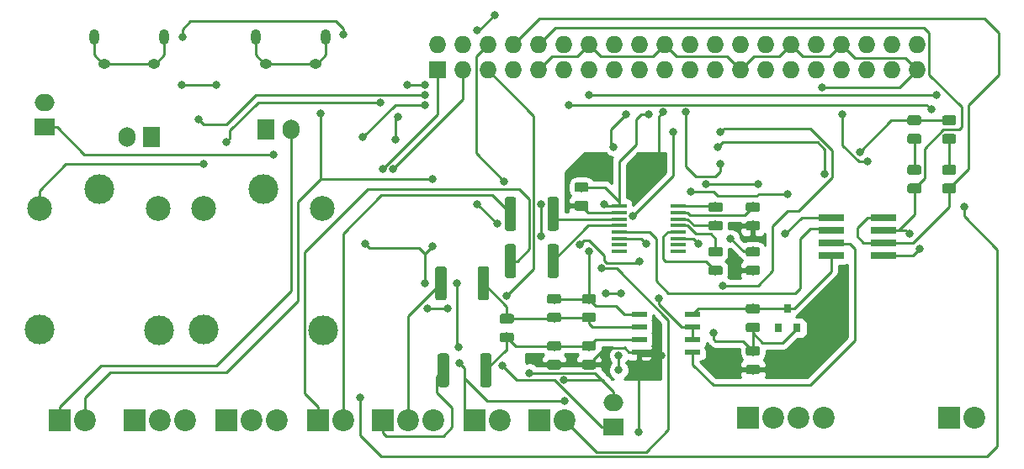
<source format=gbr>
G04 #@! TF.GenerationSoftware,KiCad,Pcbnew,5.0.0-fee4fd1~66~ubuntu16.04.1*
G04 #@! TF.CreationDate,2018-10-18T17:18:02+05:30*
G04 #@! TF.ProjectId,sanjaya,73616E6A6179612E6B696361645F7063,rev?*
G04 #@! TF.SameCoordinates,Original*
G04 #@! TF.FileFunction,Copper,L2,Bot,Signal*
G04 #@! TF.FilePolarity,Positive*
%FSLAX46Y46*%
G04 Gerber Fmt 4.6, Leading zero omitted, Abs format (unit mm)*
G04 Created by KiCad (PCBNEW 5.0.0-fee4fd1~66~ubuntu16.04.1) date Thu Oct 18 17:18:02 2018*
%MOMM*%
%LPD*%
G01*
G04 APERTURE LIST*
G04 #@! TA.AperFunction,ComponentPad*
%ADD10O,1.000000X1.550000*%
G04 #@! TD*
G04 #@! TA.AperFunction,ComponentPad*
%ADD11O,1.250000X0.950000*%
G04 #@! TD*
G04 #@! TA.AperFunction,Conductor*
%ADD12C,0.100000*%
G04 #@! TD*
G04 #@! TA.AperFunction,SMDPad,CuDef*
%ADD13C,0.975000*%
G04 #@! TD*
G04 #@! TA.AperFunction,SMDPad,CuDef*
%ADD14R,0.800000X0.900000*%
G04 #@! TD*
G04 #@! TA.AperFunction,SMDPad,CuDef*
%ADD15C,1.125000*%
G04 #@! TD*
G04 #@! TA.AperFunction,ComponentPad*
%ADD16R,1.700000X2.000000*%
G04 #@! TD*
G04 #@! TA.AperFunction,ComponentPad*
%ADD17O,1.700000X2.000000*%
G04 #@! TD*
G04 #@! TA.AperFunction,ComponentPad*
%ADD18R,1.727200X1.727200*%
G04 #@! TD*
G04 #@! TA.AperFunction,ComponentPad*
%ADD19O,1.727200X1.727200*%
G04 #@! TD*
G04 #@! TA.AperFunction,ComponentPad*
%ADD20O,2.000000X1.700000*%
G04 #@! TD*
G04 #@! TA.AperFunction,ComponentPad*
%ADD21R,2.000000X1.700000*%
G04 #@! TD*
G04 #@! TA.AperFunction,ComponentPad*
%ADD22C,3.000000*%
G04 #@! TD*
G04 #@! TA.AperFunction,ComponentPad*
%ADD23C,2.500000*%
G04 #@! TD*
G04 #@! TA.AperFunction,SMDPad,CuDef*
%ADD24R,2.650000X0.760000*%
G04 #@! TD*
G04 #@! TA.AperFunction,SMDPad,CuDef*
%ADD25R,1.500000X0.450000*%
G04 #@! TD*
G04 #@! TA.AperFunction,SMDPad,CuDef*
%ADD26R,1.550000X0.600000*%
G04 #@! TD*
G04 #@! TA.AperFunction,ComponentPad*
%ADD27R,2.200000X2.200000*%
G04 #@! TD*
G04 #@! TA.AperFunction,ComponentPad*
%ADD28C,2.200000*%
G04 #@! TD*
G04 #@! TA.AperFunction,ViaPad*
%ADD29C,0.800000*%
G04 #@! TD*
G04 #@! TA.AperFunction,Conductor*
%ADD30C,0.250000*%
G04 #@! TD*
G04 #@! TA.AperFunction,Conductor*
%ADD31C,0.254000*%
G04 #@! TD*
G04 APERTURE END LIST*
D10*
G04 #@! TO.P,J11,6*
G04 #@! TO.N,Net-(J11-Pad6)*
X98500000Y-86150000D03*
X105500000Y-86150000D03*
D11*
X99500000Y-88850000D03*
X104500000Y-88850000D03*
G04 #@! TD*
D12*
G04 #@! TO.N,Net-(C3-Pad2)*
G04 #@! TO.C,C3*
G36*
X145230142Y-104701174D02*
X145253803Y-104704684D01*
X145277007Y-104710496D01*
X145299529Y-104718554D01*
X145321153Y-104728782D01*
X145341670Y-104741079D01*
X145360883Y-104755329D01*
X145378607Y-104771393D01*
X145394671Y-104789117D01*
X145408921Y-104808330D01*
X145421218Y-104828847D01*
X145431446Y-104850471D01*
X145439504Y-104872993D01*
X145445316Y-104896197D01*
X145448826Y-104919858D01*
X145450000Y-104943750D01*
X145450000Y-105431250D01*
X145448826Y-105455142D01*
X145445316Y-105478803D01*
X145439504Y-105502007D01*
X145431446Y-105524529D01*
X145421218Y-105546153D01*
X145408921Y-105566670D01*
X145394671Y-105585883D01*
X145378607Y-105603607D01*
X145360883Y-105619671D01*
X145341670Y-105633921D01*
X145321153Y-105646218D01*
X145299529Y-105656446D01*
X145277007Y-105664504D01*
X145253803Y-105670316D01*
X145230142Y-105673826D01*
X145206250Y-105675000D01*
X144293750Y-105675000D01*
X144269858Y-105673826D01*
X144246197Y-105670316D01*
X144222993Y-105664504D01*
X144200471Y-105656446D01*
X144178847Y-105646218D01*
X144158330Y-105633921D01*
X144139117Y-105619671D01*
X144121393Y-105603607D01*
X144105329Y-105585883D01*
X144091079Y-105566670D01*
X144078782Y-105546153D01*
X144068554Y-105524529D01*
X144060496Y-105502007D01*
X144054684Y-105478803D01*
X144051174Y-105455142D01*
X144050000Y-105431250D01*
X144050000Y-104943750D01*
X144051174Y-104919858D01*
X144054684Y-104896197D01*
X144060496Y-104872993D01*
X144068554Y-104850471D01*
X144078782Y-104828847D01*
X144091079Y-104808330D01*
X144105329Y-104789117D01*
X144121393Y-104771393D01*
X144139117Y-104755329D01*
X144158330Y-104741079D01*
X144178847Y-104728782D01*
X144200471Y-104718554D01*
X144222993Y-104710496D01*
X144246197Y-104704684D01*
X144269858Y-104701174D01*
X144293750Y-104700000D01*
X145206250Y-104700000D01*
X145230142Y-104701174D01*
X145230142Y-104701174D01*
G37*
D13*
G04 #@! TD*
G04 #@! TO.P,C3,2*
G04 #@! TO.N,Net-(C3-Pad2)*
X144750000Y-105187500D03*
D12*
G04 #@! TO.N,Net-(C3-Pad1)*
G04 #@! TO.C,C3*
G36*
X145230142Y-102826174D02*
X145253803Y-102829684D01*
X145277007Y-102835496D01*
X145299529Y-102843554D01*
X145321153Y-102853782D01*
X145341670Y-102866079D01*
X145360883Y-102880329D01*
X145378607Y-102896393D01*
X145394671Y-102914117D01*
X145408921Y-102933330D01*
X145421218Y-102953847D01*
X145431446Y-102975471D01*
X145439504Y-102997993D01*
X145445316Y-103021197D01*
X145448826Y-103044858D01*
X145450000Y-103068750D01*
X145450000Y-103556250D01*
X145448826Y-103580142D01*
X145445316Y-103603803D01*
X145439504Y-103627007D01*
X145431446Y-103649529D01*
X145421218Y-103671153D01*
X145408921Y-103691670D01*
X145394671Y-103710883D01*
X145378607Y-103728607D01*
X145360883Y-103744671D01*
X145341670Y-103758921D01*
X145321153Y-103771218D01*
X145299529Y-103781446D01*
X145277007Y-103789504D01*
X145253803Y-103795316D01*
X145230142Y-103798826D01*
X145206250Y-103800000D01*
X144293750Y-103800000D01*
X144269858Y-103798826D01*
X144246197Y-103795316D01*
X144222993Y-103789504D01*
X144200471Y-103781446D01*
X144178847Y-103771218D01*
X144158330Y-103758921D01*
X144139117Y-103744671D01*
X144121393Y-103728607D01*
X144105329Y-103710883D01*
X144091079Y-103691670D01*
X144078782Y-103671153D01*
X144068554Y-103649529D01*
X144060496Y-103627007D01*
X144054684Y-103603803D01*
X144051174Y-103580142D01*
X144050000Y-103556250D01*
X144050000Y-103068750D01*
X144051174Y-103044858D01*
X144054684Y-103021197D01*
X144060496Y-102997993D01*
X144068554Y-102975471D01*
X144078782Y-102953847D01*
X144091079Y-102933330D01*
X144105329Y-102914117D01*
X144121393Y-102896393D01*
X144139117Y-102880329D01*
X144158330Y-102866079D01*
X144178847Y-102853782D01*
X144200471Y-102843554D01*
X144222993Y-102835496D01*
X144246197Y-102829684D01*
X144269858Y-102826174D01*
X144293750Y-102825000D01*
X145206250Y-102825000D01*
X145230142Y-102826174D01*
X145230142Y-102826174D01*
G37*
D13*
G04 #@! TD*
G04 #@! TO.P,C3,1*
G04 #@! TO.N,Net-(C3-Pad1)*
X144750000Y-103312500D03*
D12*
G04 #@! TO.N,Net-(C4-Pad1)*
G04 #@! TO.C,C4*
G36*
X148980142Y-117326174D02*
X149003803Y-117329684D01*
X149027007Y-117335496D01*
X149049529Y-117343554D01*
X149071153Y-117353782D01*
X149091670Y-117366079D01*
X149110883Y-117380329D01*
X149128607Y-117396393D01*
X149144671Y-117414117D01*
X149158921Y-117433330D01*
X149171218Y-117453847D01*
X149181446Y-117475471D01*
X149189504Y-117497993D01*
X149195316Y-117521197D01*
X149198826Y-117544858D01*
X149200000Y-117568750D01*
X149200000Y-118056250D01*
X149198826Y-118080142D01*
X149195316Y-118103803D01*
X149189504Y-118127007D01*
X149181446Y-118149529D01*
X149171218Y-118171153D01*
X149158921Y-118191670D01*
X149144671Y-118210883D01*
X149128607Y-118228607D01*
X149110883Y-118244671D01*
X149091670Y-118258921D01*
X149071153Y-118271218D01*
X149049529Y-118281446D01*
X149027007Y-118289504D01*
X149003803Y-118295316D01*
X148980142Y-118298826D01*
X148956250Y-118300000D01*
X148043750Y-118300000D01*
X148019858Y-118298826D01*
X147996197Y-118295316D01*
X147972993Y-118289504D01*
X147950471Y-118281446D01*
X147928847Y-118271218D01*
X147908330Y-118258921D01*
X147889117Y-118244671D01*
X147871393Y-118228607D01*
X147855329Y-118210883D01*
X147841079Y-118191670D01*
X147828782Y-118171153D01*
X147818554Y-118149529D01*
X147810496Y-118127007D01*
X147804684Y-118103803D01*
X147801174Y-118080142D01*
X147800000Y-118056250D01*
X147800000Y-117568750D01*
X147801174Y-117544858D01*
X147804684Y-117521197D01*
X147810496Y-117497993D01*
X147818554Y-117475471D01*
X147828782Y-117453847D01*
X147841079Y-117433330D01*
X147855329Y-117414117D01*
X147871393Y-117396393D01*
X147889117Y-117380329D01*
X147908330Y-117366079D01*
X147928847Y-117353782D01*
X147950471Y-117343554D01*
X147972993Y-117335496D01*
X147996197Y-117329684D01*
X148019858Y-117326174D01*
X148043750Y-117325000D01*
X148956250Y-117325000D01*
X148980142Y-117326174D01*
X148980142Y-117326174D01*
G37*
D13*
G04 #@! TD*
G04 #@! TO.P,C4,1*
G04 #@! TO.N,Net-(C4-Pad1)*
X148500000Y-117812500D03*
D12*
G04 #@! TO.N,/DGND*
G04 #@! TO.C,C4*
G36*
X148980142Y-119201174D02*
X149003803Y-119204684D01*
X149027007Y-119210496D01*
X149049529Y-119218554D01*
X149071153Y-119228782D01*
X149091670Y-119241079D01*
X149110883Y-119255329D01*
X149128607Y-119271393D01*
X149144671Y-119289117D01*
X149158921Y-119308330D01*
X149171218Y-119328847D01*
X149181446Y-119350471D01*
X149189504Y-119372993D01*
X149195316Y-119396197D01*
X149198826Y-119419858D01*
X149200000Y-119443750D01*
X149200000Y-119931250D01*
X149198826Y-119955142D01*
X149195316Y-119978803D01*
X149189504Y-120002007D01*
X149181446Y-120024529D01*
X149171218Y-120046153D01*
X149158921Y-120066670D01*
X149144671Y-120085883D01*
X149128607Y-120103607D01*
X149110883Y-120119671D01*
X149091670Y-120133921D01*
X149071153Y-120146218D01*
X149049529Y-120156446D01*
X149027007Y-120164504D01*
X149003803Y-120170316D01*
X148980142Y-120173826D01*
X148956250Y-120175000D01*
X148043750Y-120175000D01*
X148019858Y-120173826D01*
X147996197Y-120170316D01*
X147972993Y-120164504D01*
X147950471Y-120156446D01*
X147928847Y-120146218D01*
X147908330Y-120133921D01*
X147889117Y-120119671D01*
X147871393Y-120103607D01*
X147855329Y-120085883D01*
X147841079Y-120066670D01*
X147828782Y-120046153D01*
X147818554Y-120024529D01*
X147810496Y-120002007D01*
X147804684Y-119978803D01*
X147801174Y-119955142D01*
X147800000Y-119931250D01*
X147800000Y-119443750D01*
X147801174Y-119419858D01*
X147804684Y-119396197D01*
X147810496Y-119372993D01*
X147818554Y-119350471D01*
X147828782Y-119328847D01*
X147841079Y-119308330D01*
X147855329Y-119289117D01*
X147871393Y-119271393D01*
X147889117Y-119255329D01*
X147908330Y-119241079D01*
X147928847Y-119228782D01*
X147950471Y-119218554D01*
X147972993Y-119210496D01*
X147996197Y-119204684D01*
X148019858Y-119201174D01*
X148043750Y-119200000D01*
X148956250Y-119200000D01*
X148980142Y-119201174D01*
X148980142Y-119201174D01*
G37*
D13*
G04 #@! TD*
G04 #@! TO.P,C4,2*
G04 #@! TO.N,/DGND*
X148500000Y-119687500D03*
D12*
G04 #@! TO.N,/DGND*
G04 #@! TO.C,C5*
G36*
X131730142Y-102701174D02*
X131753803Y-102704684D01*
X131777007Y-102710496D01*
X131799529Y-102718554D01*
X131821153Y-102728782D01*
X131841670Y-102741079D01*
X131860883Y-102755329D01*
X131878607Y-102771393D01*
X131894671Y-102789117D01*
X131908921Y-102808330D01*
X131921218Y-102828847D01*
X131931446Y-102850471D01*
X131939504Y-102872993D01*
X131945316Y-102896197D01*
X131948826Y-102919858D01*
X131950000Y-102943750D01*
X131950000Y-103431250D01*
X131948826Y-103455142D01*
X131945316Y-103478803D01*
X131939504Y-103502007D01*
X131931446Y-103524529D01*
X131921218Y-103546153D01*
X131908921Y-103566670D01*
X131894671Y-103585883D01*
X131878607Y-103603607D01*
X131860883Y-103619671D01*
X131841670Y-103633921D01*
X131821153Y-103646218D01*
X131799529Y-103656446D01*
X131777007Y-103664504D01*
X131753803Y-103670316D01*
X131730142Y-103673826D01*
X131706250Y-103675000D01*
X130793750Y-103675000D01*
X130769858Y-103673826D01*
X130746197Y-103670316D01*
X130722993Y-103664504D01*
X130700471Y-103656446D01*
X130678847Y-103646218D01*
X130658330Y-103633921D01*
X130639117Y-103619671D01*
X130621393Y-103603607D01*
X130605329Y-103585883D01*
X130591079Y-103566670D01*
X130578782Y-103546153D01*
X130568554Y-103524529D01*
X130560496Y-103502007D01*
X130554684Y-103478803D01*
X130551174Y-103455142D01*
X130550000Y-103431250D01*
X130550000Y-102943750D01*
X130551174Y-102919858D01*
X130554684Y-102896197D01*
X130560496Y-102872993D01*
X130568554Y-102850471D01*
X130578782Y-102828847D01*
X130591079Y-102808330D01*
X130605329Y-102789117D01*
X130621393Y-102771393D01*
X130639117Y-102755329D01*
X130658330Y-102741079D01*
X130678847Y-102728782D01*
X130700471Y-102718554D01*
X130722993Y-102710496D01*
X130746197Y-102704684D01*
X130769858Y-102701174D01*
X130793750Y-102700000D01*
X131706250Y-102700000D01*
X131730142Y-102701174D01*
X131730142Y-102701174D01*
G37*
D13*
G04 #@! TD*
G04 #@! TO.P,C5,2*
G04 #@! TO.N,/DGND*
X131250000Y-103187500D03*
D12*
G04 #@! TO.N,/3V3*
G04 #@! TO.C,C5*
G36*
X131730142Y-100826174D02*
X131753803Y-100829684D01*
X131777007Y-100835496D01*
X131799529Y-100843554D01*
X131821153Y-100853782D01*
X131841670Y-100866079D01*
X131860883Y-100880329D01*
X131878607Y-100896393D01*
X131894671Y-100914117D01*
X131908921Y-100933330D01*
X131921218Y-100953847D01*
X131931446Y-100975471D01*
X131939504Y-100997993D01*
X131945316Y-101021197D01*
X131948826Y-101044858D01*
X131950000Y-101068750D01*
X131950000Y-101556250D01*
X131948826Y-101580142D01*
X131945316Y-101603803D01*
X131939504Y-101627007D01*
X131931446Y-101649529D01*
X131921218Y-101671153D01*
X131908921Y-101691670D01*
X131894671Y-101710883D01*
X131878607Y-101728607D01*
X131860883Y-101744671D01*
X131841670Y-101758921D01*
X131821153Y-101771218D01*
X131799529Y-101781446D01*
X131777007Y-101789504D01*
X131753803Y-101795316D01*
X131730142Y-101798826D01*
X131706250Y-101800000D01*
X130793750Y-101800000D01*
X130769858Y-101798826D01*
X130746197Y-101795316D01*
X130722993Y-101789504D01*
X130700471Y-101781446D01*
X130678847Y-101771218D01*
X130658330Y-101758921D01*
X130639117Y-101744671D01*
X130621393Y-101728607D01*
X130605329Y-101710883D01*
X130591079Y-101691670D01*
X130578782Y-101671153D01*
X130568554Y-101649529D01*
X130560496Y-101627007D01*
X130554684Y-101603803D01*
X130551174Y-101580142D01*
X130550000Y-101556250D01*
X130550000Y-101068750D01*
X130551174Y-101044858D01*
X130554684Y-101021197D01*
X130560496Y-100997993D01*
X130568554Y-100975471D01*
X130578782Y-100953847D01*
X130591079Y-100933330D01*
X130605329Y-100914117D01*
X130621393Y-100896393D01*
X130639117Y-100880329D01*
X130658330Y-100866079D01*
X130678847Y-100853782D01*
X130700471Y-100843554D01*
X130722993Y-100835496D01*
X130746197Y-100829684D01*
X130769858Y-100826174D01*
X130793750Y-100825000D01*
X131706250Y-100825000D01*
X131730142Y-100826174D01*
X131730142Y-100826174D01*
G37*
D13*
G04 #@! TD*
G04 #@! TO.P,C5,1*
G04 #@! TO.N,/3V3*
X131250000Y-101312500D03*
D12*
G04 #@! TO.N,/DGND*
G04 #@! TO.C,C6*
G36*
X148980142Y-109201174D02*
X149003803Y-109204684D01*
X149027007Y-109210496D01*
X149049529Y-109218554D01*
X149071153Y-109228782D01*
X149091670Y-109241079D01*
X149110883Y-109255329D01*
X149128607Y-109271393D01*
X149144671Y-109289117D01*
X149158921Y-109308330D01*
X149171218Y-109328847D01*
X149181446Y-109350471D01*
X149189504Y-109372993D01*
X149195316Y-109396197D01*
X149198826Y-109419858D01*
X149200000Y-109443750D01*
X149200000Y-109931250D01*
X149198826Y-109955142D01*
X149195316Y-109978803D01*
X149189504Y-110002007D01*
X149181446Y-110024529D01*
X149171218Y-110046153D01*
X149158921Y-110066670D01*
X149144671Y-110085883D01*
X149128607Y-110103607D01*
X149110883Y-110119671D01*
X149091670Y-110133921D01*
X149071153Y-110146218D01*
X149049529Y-110156446D01*
X149027007Y-110164504D01*
X149003803Y-110170316D01*
X148980142Y-110173826D01*
X148956250Y-110175000D01*
X148043750Y-110175000D01*
X148019858Y-110173826D01*
X147996197Y-110170316D01*
X147972993Y-110164504D01*
X147950471Y-110156446D01*
X147928847Y-110146218D01*
X147908330Y-110133921D01*
X147889117Y-110119671D01*
X147871393Y-110103607D01*
X147855329Y-110085883D01*
X147841079Y-110066670D01*
X147828782Y-110046153D01*
X147818554Y-110024529D01*
X147810496Y-110002007D01*
X147804684Y-109978803D01*
X147801174Y-109955142D01*
X147800000Y-109931250D01*
X147800000Y-109443750D01*
X147801174Y-109419858D01*
X147804684Y-109396197D01*
X147810496Y-109372993D01*
X147818554Y-109350471D01*
X147828782Y-109328847D01*
X147841079Y-109308330D01*
X147855329Y-109289117D01*
X147871393Y-109271393D01*
X147889117Y-109255329D01*
X147908330Y-109241079D01*
X147928847Y-109228782D01*
X147950471Y-109218554D01*
X147972993Y-109210496D01*
X147996197Y-109204684D01*
X148019858Y-109201174D01*
X148043750Y-109200000D01*
X148956250Y-109200000D01*
X148980142Y-109201174D01*
X148980142Y-109201174D01*
G37*
D13*
G04 #@! TD*
G04 #@! TO.P,C6,2*
G04 #@! TO.N,/DGND*
X148500000Y-109687500D03*
D12*
G04 #@! TO.N,Net-(C6-Pad1)*
G04 #@! TO.C,C6*
G36*
X148980142Y-107326174D02*
X149003803Y-107329684D01*
X149027007Y-107335496D01*
X149049529Y-107343554D01*
X149071153Y-107353782D01*
X149091670Y-107366079D01*
X149110883Y-107380329D01*
X149128607Y-107396393D01*
X149144671Y-107414117D01*
X149158921Y-107433330D01*
X149171218Y-107453847D01*
X149181446Y-107475471D01*
X149189504Y-107497993D01*
X149195316Y-107521197D01*
X149198826Y-107544858D01*
X149200000Y-107568750D01*
X149200000Y-108056250D01*
X149198826Y-108080142D01*
X149195316Y-108103803D01*
X149189504Y-108127007D01*
X149181446Y-108149529D01*
X149171218Y-108171153D01*
X149158921Y-108191670D01*
X149144671Y-108210883D01*
X149128607Y-108228607D01*
X149110883Y-108244671D01*
X149091670Y-108258921D01*
X149071153Y-108271218D01*
X149049529Y-108281446D01*
X149027007Y-108289504D01*
X149003803Y-108295316D01*
X148980142Y-108298826D01*
X148956250Y-108300000D01*
X148043750Y-108300000D01*
X148019858Y-108298826D01*
X147996197Y-108295316D01*
X147972993Y-108289504D01*
X147950471Y-108281446D01*
X147928847Y-108271218D01*
X147908330Y-108258921D01*
X147889117Y-108244671D01*
X147871393Y-108228607D01*
X147855329Y-108210883D01*
X147841079Y-108191670D01*
X147828782Y-108171153D01*
X147818554Y-108149529D01*
X147810496Y-108127007D01*
X147804684Y-108103803D01*
X147801174Y-108080142D01*
X147800000Y-108056250D01*
X147800000Y-107568750D01*
X147801174Y-107544858D01*
X147804684Y-107521197D01*
X147810496Y-107497993D01*
X147818554Y-107475471D01*
X147828782Y-107453847D01*
X147841079Y-107433330D01*
X147855329Y-107414117D01*
X147871393Y-107396393D01*
X147889117Y-107380329D01*
X147908330Y-107366079D01*
X147928847Y-107353782D01*
X147950471Y-107343554D01*
X147972993Y-107335496D01*
X147996197Y-107329684D01*
X148019858Y-107326174D01*
X148043750Y-107325000D01*
X148956250Y-107325000D01*
X148980142Y-107326174D01*
X148980142Y-107326174D01*
G37*
D13*
G04 #@! TD*
G04 #@! TO.P,C6,1*
G04 #@! TO.N,Net-(C6-Pad1)*
X148500000Y-107812500D03*
D12*
G04 #@! TO.N,Net-(C7-Pad1)*
G04 #@! TO.C,C7*
G36*
X145230142Y-107326174D02*
X145253803Y-107329684D01*
X145277007Y-107335496D01*
X145299529Y-107343554D01*
X145321153Y-107353782D01*
X145341670Y-107366079D01*
X145360883Y-107380329D01*
X145378607Y-107396393D01*
X145394671Y-107414117D01*
X145408921Y-107433330D01*
X145421218Y-107453847D01*
X145431446Y-107475471D01*
X145439504Y-107497993D01*
X145445316Y-107521197D01*
X145448826Y-107544858D01*
X145450000Y-107568750D01*
X145450000Y-108056250D01*
X145448826Y-108080142D01*
X145445316Y-108103803D01*
X145439504Y-108127007D01*
X145431446Y-108149529D01*
X145421218Y-108171153D01*
X145408921Y-108191670D01*
X145394671Y-108210883D01*
X145378607Y-108228607D01*
X145360883Y-108244671D01*
X145341670Y-108258921D01*
X145321153Y-108271218D01*
X145299529Y-108281446D01*
X145277007Y-108289504D01*
X145253803Y-108295316D01*
X145230142Y-108298826D01*
X145206250Y-108300000D01*
X144293750Y-108300000D01*
X144269858Y-108298826D01*
X144246197Y-108295316D01*
X144222993Y-108289504D01*
X144200471Y-108281446D01*
X144178847Y-108271218D01*
X144158330Y-108258921D01*
X144139117Y-108244671D01*
X144121393Y-108228607D01*
X144105329Y-108210883D01*
X144091079Y-108191670D01*
X144078782Y-108171153D01*
X144068554Y-108149529D01*
X144060496Y-108127007D01*
X144054684Y-108103803D01*
X144051174Y-108080142D01*
X144050000Y-108056250D01*
X144050000Y-107568750D01*
X144051174Y-107544858D01*
X144054684Y-107521197D01*
X144060496Y-107497993D01*
X144068554Y-107475471D01*
X144078782Y-107453847D01*
X144091079Y-107433330D01*
X144105329Y-107414117D01*
X144121393Y-107396393D01*
X144139117Y-107380329D01*
X144158330Y-107366079D01*
X144178847Y-107353782D01*
X144200471Y-107343554D01*
X144222993Y-107335496D01*
X144246197Y-107329684D01*
X144269858Y-107326174D01*
X144293750Y-107325000D01*
X145206250Y-107325000D01*
X145230142Y-107326174D01*
X145230142Y-107326174D01*
G37*
D13*
G04 #@! TD*
G04 #@! TO.P,C7,1*
G04 #@! TO.N,Net-(C7-Pad1)*
X144750000Y-107812500D03*
D12*
G04 #@! TO.N,Net-(C7-Pad2)*
G04 #@! TO.C,C7*
G36*
X145230142Y-109201174D02*
X145253803Y-109204684D01*
X145277007Y-109210496D01*
X145299529Y-109218554D01*
X145321153Y-109228782D01*
X145341670Y-109241079D01*
X145360883Y-109255329D01*
X145378607Y-109271393D01*
X145394671Y-109289117D01*
X145408921Y-109308330D01*
X145421218Y-109328847D01*
X145431446Y-109350471D01*
X145439504Y-109372993D01*
X145445316Y-109396197D01*
X145448826Y-109419858D01*
X145450000Y-109443750D01*
X145450000Y-109931250D01*
X145448826Y-109955142D01*
X145445316Y-109978803D01*
X145439504Y-110002007D01*
X145431446Y-110024529D01*
X145421218Y-110046153D01*
X145408921Y-110066670D01*
X145394671Y-110085883D01*
X145378607Y-110103607D01*
X145360883Y-110119671D01*
X145341670Y-110133921D01*
X145321153Y-110146218D01*
X145299529Y-110156446D01*
X145277007Y-110164504D01*
X145253803Y-110170316D01*
X145230142Y-110173826D01*
X145206250Y-110175000D01*
X144293750Y-110175000D01*
X144269858Y-110173826D01*
X144246197Y-110170316D01*
X144222993Y-110164504D01*
X144200471Y-110156446D01*
X144178847Y-110146218D01*
X144158330Y-110133921D01*
X144139117Y-110119671D01*
X144121393Y-110103607D01*
X144105329Y-110085883D01*
X144091079Y-110066670D01*
X144078782Y-110046153D01*
X144068554Y-110024529D01*
X144060496Y-110002007D01*
X144054684Y-109978803D01*
X144051174Y-109955142D01*
X144050000Y-109931250D01*
X144050000Y-109443750D01*
X144051174Y-109419858D01*
X144054684Y-109396197D01*
X144060496Y-109372993D01*
X144068554Y-109350471D01*
X144078782Y-109328847D01*
X144091079Y-109308330D01*
X144105329Y-109289117D01*
X144121393Y-109271393D01*
X144139117Y-109255329D01*
X144158330Y-109241079D01*
X144178847Y-109228782D01*
X144200471Y-109218554D01*
X144222993Y-109210496D01*
X144246197Y-109204684D01*
X144269858Y-109201174D01*
X144293750Y-109200000D01*
X145206250Y-109200000D01*
X145230142Y-109201174D01*
X145230142Y-109201174D01*
G37*
D13*
G04 #@! TD*
G04 #@! TO.P,C7,2*
G04 #@! TO.N,Net-(C7-Pad2)*
X144750000Y-109687500D03*
D12*
G04 #@! TO.N,Net-(C8-Pad1)*
G04 #@! TO.C,C8*
G36*
X148980142Y-102826174D02*
X149003803Y-102829684D01*
X149027007Y-102835496D01*
X149049529Y-102843554D01*
X149071153Y-102853782D01*
X149091670Y-102866079D01*
X149110883Y-102880329D01*
X149128607Y-102896393D01*
X149144671Y-102914117D01*
X149158921Y-102933330D01*
X149171218Y-102953847D01*
X149181446Y-102975471D01*
X149189504Y-102997993D01*
X149195316Y-103021197D01*
X149198826Y-103044858D01*
X149200000Y-103068750D01*
X149200000Y-103556250D01*
X149198826Y-103580142D01*
X149195316Y-103603803D01*
X149189504Y-103627007D01*
X149181446Y-103649529D01*
X149171218Y-103671153D01*
X149158921Y-103691670D01*
X149144671Y-103710883D01*
X149128607Y-103728607D01*
X149110883Y-103744671D01*
X149091670Y-103758921D01*
X149071153Y-103771218D01*
X149049529Y-103781446D01*
X149027007Y-103789504D01*
X149003803Y-103795316D01*
X148980142Y-103798826D01*
X148956250Y-103800000D01*
X148043750Y-103800000D01*
X148019858Y-103798826D01*
X147996197Y-103795316D01*
X147972993Y-103789504D01*
X147950471Y-103781446D01*
X147928847Y-103771218D01*
X147908330Y-103758921D01*
X147889117Y-103744671D01*
X147871393Y-103728607D01*
X147855329Y-103710883D01*
X147841079Y-103691670D01*
X147828782Y-103671153D01*
X147818554Y-103649529D01*
X147810496Y-103627007D01*
X147804684Y-103603803D01*
X147801174Y-103580142D01*
X147800000Y-103556250D01*
X147800000Y-103068750D01*
X147801174Y-103044858D01*
X147804684Y-103021197D01*
X147810496Y-102997993D01*
X147818554Y-102975471D01*
X147828782Y-102953847D01*
X147841079Y-102933330D01*
X147855329Y-102914117D01*
X147871393Y-102896393D01*
X147889117Y-102880329D01*
X147908330Y-102866079D01*
X147928847Y-102853782D01*
X147950471Y-102843554D01*
X147972993Y-102835496D01*
X147996197Y-102829684D01*
X148019858Y-102826174D01*
X148043750Y-102825000D01*
X148956250Y-102825000D01*
X148980142Y-102826174D01*
X148980142Y-102826174D01*
G37*
D13*
G04 #@! TD*
G04 #@! TO.P,C8,1*
G04 #@! TO.N,Net-(C8-Pad1)*
X148500000Y-103312500D03*
D12*
G04 #@! TO.N,/DGND*
G04 #@! TO.C,C8*
G36*
X148980142Y-104701174D02*
X149003803Y-104704684D01*
X149027007Y-104710496D01*
X149049529Y-104718554D01*
X149071153Y-104728782D01*
X149091670Y-104741079D01*
X149110883Y-104755329D01*
X149128607Y-104771393D01*
X149144671Y-104789117D01*
X149158921Y-104808330D01*
X149171218Y-104828847D01*
X149181446Y-104850471D01*
X149189504Y-104872993D01*
X149195316Y-104896197D01*
X149198826Y-104919858D01*
X149200000Y-104943750D01*
X149200000Y-105431250D01*
X149198826Y-105455142D01*
X149195316Y-105478803D01*
X149189504Y-105502007D01*
X149181446Y-105524529D01*
X149171218Y-105546153D01*
X149158921Y-105566670D01*
X149144671Y-105585883D01*
X149128607Y-105603607D01*
X149110883Y-105619671D01*
X149091670Y-105633921D01*
X149071153Y-105646218D01*
X149049529Y-105656446D01*
X149027007Y-105664504D01*
X149003803Y-105670316D01*
X148980142Y-105673826D01*
X148956250Y-105675000D01*
X148043750Y-105675000D01*
X148019858Y-105673826D01*
X147996197Y-105670316D01*
X147972993Y-105664504D01*
X147950471Y-105656446D01*
X147928847Y-105646218D01*
X147908330Y-105633921D01*
X147889117Y-105619671D01*
X147871393Y-105603607D01*
X147855329Y-105585883D01*
X147841079Y-105566670D01*
X147828782Y-105546153D01*
X147818554Y-105524529D01*
X147810496Y-105502007D01*
X147804684Y-105478803D01*
X147801174Y-105455142D01*
X147800000Y-105431250D01*
X147800000Y-104943750D01*
X147801174Y-104919858D01*
X147804684Y-104896197D01*
X147810496Y-104872993D01*
X147818554Y-104850471D01*
X147828782Y-104828847D01*
X147841079Y-104808330D01*
X147855329Y-104789117D01*
X147871393Y-104771393D01*
X147889117Y-104755329D01*
X147908330Y-104741079D01*
X147928847Y-104728782D01*
X147950471Y-104718554D01*
X147972993Y-104710496D01*
X147996197Y-104704684D01*
X148019858Y-104701174D01*
X148043750Y-104700000D01*
X148956250Y-104700000D01*
X148980142Y-104701174D01*
X148980142Y-104701174D01*
G37*
D13*
G04 #@! TD*
G04 #@! TO.P,C8,2*
G04 #@! TO.N,/DGND*
X148500000Y-105187500D03*
D12*
G04 #@! TO.N,Net-(C9-Pad2)*
G04 #@! TO.C,C9*
G36*
X128980142Y-113951174D02*
X129003803Y-113954684D01*
X129027007Y-113960496D01*
X129049529Y-113968554D01*
X129071153Y-113978782D01*
X129091670Y-113991079D01*
X129110883Y-114005329D01*
X129128607Y-114021393D01*
X129144671Y-114039117D01*
X129158921Y-114058330D01*
X129171218Y-114078847D01*
X129181446Y-114100471D01*
X129189504Y-114122993D01*
X129195316Y-114146197D01*
X129198826Y-114169858D01*
X129200000Y-114193750D01*
X129200000Y-114681250D01*
X129198826Y-114705142D01*
X129195316Y-114728803D01*
X129189504Y-114752007D01*
X129181446Y-114774529D01*
X129171218Y-114796153D01*
X129158921Y-114816670D01*
X129144671Y-114835883D01*
X129128607Y-114853607D01*
X129110883Y-114869671D01*
X129091670Y-114883921D01*
X129071153Y-114896218D01*
X129049529Y-114906446D01*
X129027007Y-114914504D01*
X129003803Y-114920316D01*
X128980142Y-114923826D01*
X128956250Y-114925000D01*
X128043750Y-114925000D01*
X128019858Y-114923826D01*
X127996197Y-114920316D01*
X127972993Y-114914504D01*
X127950471Y-114906446D01*
X127928847Y-114896218D01*
X127908330Y-114883921D01*
X127889117Y-114869671D01*
X127871393Y-114853607D01*
X127855329Y-114835883D01*
X127841079Y-114816670D01*
X127828782Y-114796153D01*
X127818554Y-114774529D01*
X127810496Y-114752007D01*
X127804684Y-114728803D01*
X127801174Y-114705142D01*
X127800000Y-114681250D01*
X127800000Y-114193750D01*
X127801174Y-114169858D01*
X127804684Y-114146197D01*
X127810496Y-114122993D01*
X127818554Y-114100471D01*
X127828782Y-114078847D01*
X127841079Y-114058330D01*
X127855329Y-114039117D01*
X127871393Y-114021393D01*
X127889117Y-114005329D01*
X127908330Y-113991079D01*
X127928847Y-113978782D01*
X127950471Y-113968554D01*
X127972993Y-113960496D01*
X127996197Y-113954684D01*
X128019858Y-113951174D01*
X128043750Y-113950000D01*
X128956250Y-113950000D01*
X128980142Y-113951174D01*
X128980142Y-113951174D01*
G37*
D13*
G04 #@! TD*
G04 #@! TO.P,C9,2*
G04 #@! TO.N,Net-(C9-Pad2)*
X128500000Y-114437500D03*
D12*
G04 #@! TO.N,/3V3*
G04 #@! TO.C,C9*
G36*
X128980142Y-112076174D02*
X129003803Y-112079684D01*
X129027007Y-112085496D01*
X129049529Y-112093554D01*
X129071153Y-112103782D01*
X129091670Y-112116079D01*
X129110883Y-112130329D01*
X129128607Y-112146393D01*
X129144671Y-112164117D01*
X129158921Y-112183330D01*
X129171218Y-112203847D01*
X129181446Y-112225471D01*
X129189504Y-112247993D01*
X129195316Y-112271197D01*
X129198826Y-112294858D01*
X129200000Y-112318750D01*
X129200000Y-112806250D01*
X129198826Y-112830142D01*
X129195316Y-112853803D01*
X129189504Y-112877007D01*
X129181446Y-112899529D01*
X129171218Y-112921153D01*
X129158921Y-112941670D01*
X129144671Y-112960883D01*
X129128607Y-112978607D01*
X129110883Y-112994671D01*
X129091670Y-113008921D01*
X129071153Y-113021218D01*
X129049529Y-113031446D01*
X129027007Y-113039504D01*
X129003803Y-113045316D01*
X128980142Y-113048826D01*
X128956250Y-113050000D01*
X128043750Y-113050000D01*
X128019858Y-113048826D01*
X127996197Y-113045316D01*
X127972993Y-113039504D01*
X127950471Y-113031446D01*
X127928847Y-113021218D01*
X127908330Y-113008921D01*
X127889117Y-112994671D01*
X127871393Y-112978607D01*
X127855329Y-112960883D01*
X127841079Y-112941670D01*
X127828782Y-112921153D01*
X127818554Y-112899529D01*
X127810496Y-112877007D01*
X127804684Y-112853803D01*
X127801174Y-112830142D01*
X127800000Y-112806250D01*
X127800000Y-112318750D01*
X127801174Y-112294858D01*
X127804684Y-112271197D01*
X127810496Y-112247993D01*
X127818554Y-112225471D01*
X127828782Y-112203847D01*
X127841079Y-112183330D01*
X127855329Y-112164117D01*
X127871393Y-112146393D01*
X127889117Y-112130329D01*
X127908330Y-112116079D01*
X127928847Y-112103782D01*
X127950471Y-112093554D01*
X127972993Y-112085496D01*
X127996197Y-112079684D01*
X128019858Y-112076174D01*
X128043750Y-112075000D01*
X128956250Y-112075000D01*
X128980142Y-112076174D01*
X128980142Y-112076174D01*
G37*
D13*
G04 #@! TD*
G04 #@! TO.P,C9,1*
G04 #@! TO.N,/3V3*
X128500000Y-112562500D03*
D12*
G04 #@! TO.N,Net-(C10-Pad1)*
G04 #@! TO.C,C10*
G36*
X132480142Y-116826174D02*
X132503803Y-116829684D01*
X132527007Y-116835496D01*
X132549529Y-116843554D01*
X132571153Y-116853782D01*
X132591670Y-116866079D01*
X132610883Y-116880329D01*
X132628607Y-116896393D01*
X132644671Y-116914117D01*
X132658921Y-116933330D01*
X132671218Y-116953847D01*
X132681446Y-116975471D01*
X132689504Y-116997993D01*
X132695316Y-117021197D01*
X132698826Y-117044858D01*
X132700000Y-117068750D01*
X132700000Y-117556250D01*
X132698826Y-117580142D01*
X132695316Y-117603803D01*
X132689504Y-117627007D01*
X132681446Y-117649529D01*
X132671218Y-117671153D01*
X132658921Y-117691670D01*
X132644671Y-117710883D01*
X132628607Y-117728607D01*
X132610883Y-117744671D01*
X132591670Y-117758921D01*
X132571153Y-117771218D01*
X132549529Y-117781446D01*
X132527007Y-117789504D01*
X132503803Y-117795316D01*
X132480142Y-117798826D01*
X132456250Y-117800000D01*
X131543750Y-117800000D01*
X131519858Y-117798826D01*
X131496197Y-117795316D01*
X131472993Y-117789504D01*
X131450471Y-117781446D01*
X131428847Y-117771218D01*
X131408330Y-117758921D01*
X131389117Y-117744671D01*
X131371393Y-117728607D01*
X131355329Y-117710883D01*
X131341079Y-117691670D01*
X131328782Y-117671153D01*
X131318554Y-117649529D01*
X131310496Y-117627007D01*
X131304684Y-117603803D01*
X131301174Y-117580142D01*
X131300000Y-117556250D01*
X131300000Y-117068750D01*
X131301174Y-117044858D01*
X131304684Y-117021197D01*
X131310496Y-116997993D01*
X131318554Y-116975471D01*
X131328782Y-116953847D01*
X131341079Y-116933330D01*
X131355329Y-116914117D01*
X131371393Y-116896393D01*
X131389117Y-116880329D01*
X131408330Y-116866079D01*
X131428847Y-116853782D01*
X131450471Y-116843554D01*
X131472993Y-116835496D01*
X131496197Y-116829684D01*
X131519858Y-116826174D01*
X131543750Y-116825000D01*
X132456250Y-116825000D01*
X132480142Y-116826174D01*
X132480142Y-116826174D01*
G37*
D13*
G04 #@! TD*
G04 #@! TO.P,C10,1*
G04 #@! TO.N,Net-(C10-Pad1)*
X132000000Y-117312500D03*
D12*
G04 #@! TO.N,/DGND*
G04 #@! TO.C,C10*
G36*
X132480142Y-118701174D02*
X132503803Y-118704684D01*
X132527007Y-118710496D01*
X132549529Y-118718554D01*
X132571153Y-118728782D01*
X132591670Y-118741079D01*
X132610883Y-118755329D01*
X132628607Y-118771393D01*
X132644671Y-118789117D01*
X132658921Y-118808330D01*
X132671218Y-118828847D01*
X132681446Y-118850471D01*
X132689504Y-118872993D01*
X132695316Y-118896197D01*
X132698826Y-118919858D01*
X132700000Y-118943750D01*
X132700000Y-119431250D01*
X132698826Y-119455142D01*
X132695316Y-119478803D01*
X132689504Y-119502007D01*
X132681446Y-119524529D01*
X132671218Y-119546153D01*
X132658921Y-119566670D01*
X132644671Y-119585883D01*
X132628607Y-119603607D01*
X132610883Y-119619671D01*
X132591670Y-119633921D01*
X132571153Y-119646218D01*
X132549529Y-119656446D01*
X132527007Y-119664504D01*
X132503803Y-119670316D01*
X132480142Y-119673826D01*
X132456250Y-119675000D01*
X131543750Y-119675000D01*
X131519858Y-119673826D01*
X131496197Y-119670316D01*
X131472993Y-119664504D01*
X131450471Y-119656446D01*
X131428847Y-119646218D01*
X131408330Y-119633921D01*
X131389117Y-119619671D01*
X131371393Y-119603607D01*
X131355329Y-119585883D01*
X131341079Y-119566670D01*
X131328782Y-119546153D01*
X131318554Y-119524529D01*
X131310496Y-119502007D01*
X131304684Y-119478803D01*
X131301174Y-119455142D01*
X131300000Y-119431250D01*
X131300000Y-118943750D01*
X131301174Y-118919858D01*
X131304684Y-118896197D01*
X131310496Y-118872993D01*
X131318554Y-118850471D01*
X131328782Y-118828847D01*
X131341079Y-118808330D01*
X131355329Y-118789117D01*
X131371393Y-118771393D01*
X131389117Y-118755329D01*
X131408330Y-118741079D01*
X131428847Y-118728782D01*
X131450471Y-118718554D01*
X131472993Y-118710496D01*
X131496197Y-118704684D01*
X131519858Y-118701174D01*
X131543750Y-118700000D01*
X132456250Y-118700000D01*
X132480142Y-118701174D01*
X132480142Y-118701174D01*
G37*
D13*
G04 #@! TD*
G04 #@! TO.P,C10,2*
G04 #@! TO.N,/DGND*
X132000000Y-119187500D03*
D14*
G04 #@! TO.P,D3,2*
G04 #@! TO.N,Net-(C4-Pad1)*
X152950000Y-115500000D03*
G04 #@! TO.P,D3,*
G04 #@! TO.N,*
X151050000Y-115500000D03*
G04 #@! TO.P,D3,1*
G04 #@! TO.N,Net-(D3-Pad1)*
X152000000Y-113500000D03*
G04 #@! TD*
D12*
G04 #@! TO.N,/rPi/UART_RX*
G04 #@! TO.C,D_RX1*
G36*
X165230142Y-100951174D02*
X165253803Y-100954684D01*
X165277007Y-100960496D01*
X165299529Y-100968554D01*
X165321153Y-100978782D01*
X165341670Y-100991079D01*
X165360883Y-101005329D01*
X165378607Y-101021393D01*
X165394671Y-101039117D01*
X165408921Y-101058330D01*
X165421218Y-101078847D01*
X165431446Y-101100471D01*
X165439504Y-101122993D01*
X165445316Y-101146197D01*
X165448826Y-101169858D01*
X165450000Y-101193750D01*
X165450000Y-101681250D01*
X165448826Y-101705142D01*
X165445316Y-101728803D01*
X165439504Y-101752007D01*
X165431446Y-101774529D01*
X165421218Y-101796153D01*
X165408921Y-101816670D01*
X165394671Y-101835883D01*
X165378607Y-101853607D01*
X165360883Y-101869671D01*
X165341670Y-101883921D01*
X165321153Y-101896218D01*
X165299529Y-101906446D01*
X165277007Y-101914504D01*
X165253803Y-101920316D01*
X165230142Y-101923826D01*
X165206250Y-101925000D01*
X164293750Y-101925000D01*
X164269858Y-101923826D01*
X164246197Y-101920316D01*
X164222993Y-101914504D01*
X164200471Y-101906446D01*
X164178847Y-101896218D01*
X164158330Y-101883921D01*
X164139117Y-101869671D01*
X164121393Y-101853607D01*
X164105329Y-101835883D01*
X164091079Y-101816670D01*
X164078782Y-101796153D01*
X164068554Y-101774529D01*
X164060496Y-101752007D01*
X164054684Y-101728803D01*
X164051174Y-101705142D01*
X164050000Y-101681250D01*
X164050000Y-101193750D01*
X164051174Y-101169858D01*
X164054684Y-101146197D01*
X164060496Y-101122993D01*
X164068554Y-101100471D01*
X164078782Y-101078847D01*
X164091079Y-101058330D01*
X164105329Y-101039117D01*
X164121393Y-101021393D01*
X164139117Y-101005329D01*
X164158330Y-100991079D01*
X164178847Y-100978782D01*
X164200471Y-100968554D01*
X164222993Y-100960496D01*
X164246197Y-100954684D01*
X164269858Y-100951174D01*
X164293750Y-100950000D01*
X165206250Y-100950000D01*
X165230142Y-100951174D01*
X165230142Y-100951174D01*
G37*
D13*
G04 #@! TD*
G04 #@! TO.P,D_RX1,1*
G04 #@! TO.N,/rPi/UART_RX*
X164750000Y-101437500D03*
D12*
G04 #@! TO.N,Net-(D_RX1-Pad2)*
G04 #@! TO.C,D_RX1*
G36*
X165230142Y-99076174D02*
X165253803Y-99079684D01*
X165277007Y-99085496D01*
X165299529Y-99093554D01*
X165321153Y-99103782D01*
X165341670Y-99116079D01*
X165360883Y-99130329D01*
X165378607Y-99146393D01*
X165394671Y-99164117D01*
X165408921Y-99183330D01*
X165421218Y-99203847D01*
X165431446Y-99225471D01*
X165439504Y-99247993D01*
X165445316Y-99271197D01*
X165448826Y-99294858D01*
X165450000Y-99318750D01*
X165450000Y-99806250D01*
X165448826Y-99830142D01*
X165445316Y-99853803D01*
X165439504Y-99877007D01*
X165431446Y-99899529D01*
X165421218Y-99921153D01*
X165408921Y-99941670D01*
X165394671Y-99960883D01*
X165378607Y-99978607D01*
X165360883Y-99994671D01*
X165341670Y-100008921D01*
X165321153Y-100021218D01*
X165299529Y-100031446D01*
X165277007Y-100039504D01*
X165253803Y-100045316D01*
X165230142Y-100048826D01*
X165206250Y-100050000D01*
X164293750Y-100050000D01*
X164269858Y-100048826D01*
X164246197Y-100045316D01*
X164222993Y-100039504D01*
X164200471Y-100031446D01*
X164178847Y-100021218D01*
X164158330Y-100008921D01*
X164139117Y-99994671D01*
X164121393Y-99978607D01*
X164105329Y-99960883D01*
X164091079Y-99941670D01*
X164078782Y-99921153D01*
X164068554Y-99899529D01*
X164060496Y-99877007D01*
X164054684Y-99853803D01*
X164051174Y-99830142D01*
X164050000Y-99806250D01*
X164050000Y-99318750D01*
X164051174Y-99294858D01*
X164054684Y-99271197D01*
X164060496Y-99247993D01*
X164068554Y-99225471D01*
X164078782Y-99203847D01*
X164091079Y-99183330D01*
X164105329Y-99164117D01*
X164121393Y-99146393D01*
X164139117Y-99130329D01*
X164158330Y-99116079D01*
X164178847Y-99103782D01*
X164200471Y-99093554D01*
X164222993Y-99085496D01*
X164246197Y-99079684D01*
X164269858Y-99076174D01*
X164293750Y-99075000D01*
X165206250Y-99075000D01*
X165230142Y-99076174D01*
X165230142Y-99076174D01*
G37*
D13*
G04 #@! TD*
G04 #@! TO.P,D_RX1,2*
G04 #@! TO.N,Net-(D_RX1-Pad2)*
X164750000Y-99562500D03*
D12*
G04 #@! TO.N,Net-(D_TX1-Pad2)*
G04 #@! TO.C,D_TX1*
G36*
X168730142Y-99076174D02*
X168753803Y-99079684D01*
X168777007Y-99085496D01*
X168799529Y-99093554D01*
X168821153Y-99103782D01*
X168841670Y-99116079D01*
X168860883Y-99130329D01*
X168878607Y-99146393D01*
X168894671Y-99164117D01*
X168908921Y-99183330D01*
X168921218Y-99203847D01*
X168931446Y-99225471D01*
X168939504Y-99247993D01*
X168945316Y-99271197D01*
X168948826Y-99294858D01*
X168950000Y-99318750D01*
X168950000Y-99806250D01*
X168948826Y-99830142D01*
X168945316Y-99853803D01*
X168939504Y-99877007D01*
X168931446Y-99899529D01*
X168921218Y-99921153D01*
X168908921Y-99941670D01*
X168894671Y-99960883D01*
X168878607Y-99978607D01*
X168860883Y-99994671D01*
X168841670Y-100008921D01*
X168821153Y-100021218D01*
X168799529Y-100031446D01*
X168777007Y-100039504D01*
X168753803Y-100045316D01*
X168730142Y-100048826D01*
X168706250Y-100050000D01*
X167793750Y-100050000D01*
X167769858Y-100048826D01*
X167746197Y-100045316D01*
X167722993Y-100039504D01*
X167700471Y-100031446D01*
X167678847Y-100021218D01*
X167658330Y-100008921D01*
X167639117Y-99994671D01*
X167621393Y-99978607D01*
X167605329Y-99960883D01*
X167591079Y-99941670D01*
X167578782Y-99921153D01*
X167568554Y-99899529D01*
X167560496Y-99877007D01*
X167554684Y-99853803D01*
X167551174Y-99830142D01*
X167550000Y-99806250D01*
X167550000Y-99318750D01*
X167551174Y-99294858D01*
X167554684Y-99271197D01*
X167560496Y-99247993D01*
X167568554Y-99225471D01*
X167578782Y-99203847D01*
X167591079Y-99183330D01*
X167605329Y-99164117D01*
X167621393Y-99146393D01*
X167639117Y-99130329D01*
X167658330Y-99116079D01*
X167678847Y-99103782D01*
X167700471Y-99093554D01*
X167722993Y-99085496D01*
X167746197Y-99079684D01*
X167769858Y-99076174D01*
X167793750Y-99075000D01*
X168706250Y-99075000D01*
X168730142Y-99076174D01*
X168730142Y-99076174D01*
G37*
D13*
G04 #@! TD*
G04 #@! TO.P,D_TX1,2*
G04 #@! TO.N,Net-(D_TX1-Pad2)*
X168250000Y-99562500D03*
D12*
G04 #@! TO.N,/rPi/UART_TX*
G04 #@! TO.C,D_TX1*
G36*
X168730142Y-100951174D02*
X168753803Y-100954684D01*
X168777007Y-100960496D01*
X168799529Y-100968554D01*
X168821153Y-100978782D01*
X168841670Y-100991079D01*
X168860883Y-101005329D01*
X168878607Y-101021393D01*
X168894671Y-101039117D01*
X168908921Y-101058330D01*
X168921218Y-101078847D01*
X168931446Y-101100471D01*
X168939504Y-101122993D01*
X168945316Y-101146197D01*
X168948826Y-101169858D01*
X168950000Y-101193750D01*
X168950000Y-101681250D01*
X168948826Y-101705142D01*
X168945316Y-101728803D01*
X168939504Y-101752007D01*
X168931446Y-101774529D01*
X168921218Y-101796153D01*
X168908921Y-101816670D01*
X168894671Y-101835883D01*
X168878607Y-101853607D01*
X168860883Y-101869671D01*
X168841670Y-101883921D01*
X168821153Y-101896218D01*
X168799529Y-101906446D01*
X168777007Y-101914504D01*
X168753803Y-101920316D01*
X168730142Y-101923826D01*
X168706250Y-101925000D01*
X167793750Y-101925000D01*
X167769858Y-101923826D01*
X167746197Y-101920316D01*
X167722993Y-101914504D01*
X167700471Y-101906446D01*
X167678847Y-101896218D01*
X167658330Y-101883921D01*
X167639117Y-101869671D01*
X167621393Y-101853607D01*
X167605329Y-101835883D01*
X167591079Y-101816670D01*
X167578782Y-101796153D01*
X167568554Y-101774529D01*
X167560496Y-101752007D01*
X167554684Y-101728803D01*
X167551174Y-101705142D01*
X167550000Y-101681250D01*
X167550000Y-101193750D01*
X167551174Y-101169858D01*
X167554684Y-101146197D01*
X167560496Y-101122993D01*
X167568554Y-101100471D01*
X167578782Y-101078847D01*
X167591079Y-101058330D01*
X167605329Y-101039117D01*
X167621393Y-101021393D01*
X167639117Y-101005329D01*
X167658330Y-100991079D01*
X167678847Y-100978782D01*
X167700471Y-100968554D01*
X167722993Y-100960496D01*
X167746197Y-100954684D01*
X167769858Y-100951174D01*
X167793750Y-100950000D01*
X168706250Y-100950000D01*
X168730142Y-100951174D01*
X168730142Y-100951174D01*
G37*
D13*
G04 #@! TD*
G04 #@! TO.P,D_TX1,1*
G04 #@! TO.N,/rPi/UART_TX*
X168250000Y-101437500D03*
D12*
G04 #@! TO.N,/serial/RS485_B-*
G04 #@! TO.C,F2*
G36*
X117449505Y-109301204D02*
X117473773Y-109304804D01*
X117497572Y-109310765D01*
X117520671Y-109319030D01*
X117542850Y-109329520D01*
X117563893Y-109342132D01*
X117583599Y-109356747D01*
X117601777Y-109373223D01*
X117618253Y-109391401D01*
X117632868Y-109411107D01*
X117645480Y-109432150D01*
X117655970Y-109454329D01*
X117664235Y-109477428D01*
X117670196Y-109501227D01*
X117673796Y-109525495D01*
X117675000Y-109549999D01*
X117675000Y-112450001D01*
X117673796Y-112474505D01*
X117670196Y-112498773D01*
X117664235Y-112522572D01*
X117655970Y-112545671D01*
X117645480Y-112567850D01*
X117632868Y-112588893D01*
X117618253Y-112608599D01*
X117601777Y-112626777D01*
X117583599Y-112643253D01*
X117563893Y-112657868D01*
X117542850Y-112670480D01*
X117520671Y-112680970D01*
X117497572Y-112689235D01*
X117473773Y-112695196D01*
X117449505Y-112698796D01*
X117425001Y-112700000D01*
X116799999Y-112700000D01*
X116775495Y-112698796D01*
X116751227Y-112695196D01*
X116727428Y-112689235D01*
X116704329Y-112680970D01*
X116682150Y-112670480D01*
X116661107Y-112657868D01*
X116641401Y-112643253D01*
X116623223Y-112626777D01*
X116606747Y-112608599D01*
X116592132Y-112588893D01*
X116579520Y-112567850D01*
X116569030Y-112545671D01*
X116560765Y-112522572D01*
X116554804Y-112498773D01*
X116551204Y-112474505D01*
X116550000Y-112450001D01*
X116550000Y-109549999D01*
X116551204Y-109525495D01*
X116554804Y-109501227D01*
X116560765Y-109477428D01*
X116569030Y-109454329D01*
X116579520Y-109432150D01*
X116592132Y-109411107D01*
X116606747Y-109391401D01*
X116623223Y-109373223D01*
X116641401Y-109356747D01*
X116661107Y-109342132D01*
X116682150Y-109329520D01*
X116704329Y-109319030D01*
X116727428Y-109310765D01*
X116751227Y-109304804D01*
X116775495Y-109301204D01*
X116799999Y-109300000D01*
X117425001Y-109300000D01*
X117449505Y-109301204D01*
X117449505Y-109301204D01*
G37*
D15*
G04 #@! TD*
G04 #@! TO.P,F2,1*
G04 #@! TO.N,/serial/RS485_B-*
X117112500Y-111000000D03*
D12*
G04 #@! TO.N,Net-(C9-Pad2)*
G04 #@! TO.C,F2*
G36*
X121724505Y-109301204D02*
X121748773Y-109304804D01*
X121772572Y-109310765D01*
X121795671Y-109319030D01*
X121817850Y-109329520D01*
X121838893Y-109342132D01*
X121858599Y-109356747D01*
X121876777Y-109373223D01*
X121893253Y-109391401D01*
X121907868Y-109411107D01*
X121920480Y-109432150D01*
X121930970Y-109454329D01*
X121939235Y-109477428D01*
X121945196Y-109501227D01*
X121948796Y-109525495D01*
X121950000Y-109549999D01*
X121950000Y-112450001D01*
X121948796Y-112474505D01*
X121945196Y-112498773D01*
X121939235Y-112522572D01*
X121930970Y-112545671D01*
X121920480Y-112567850D01*
X121907868Y-112588893D01*
X121893253Y-112608599D01*
X121876777Y-112626777D01*
X121858599Y-112643253D01*
X121838893Y-112657868D01*
X121817850Y-112670480D01*
X121795671Y-112680970D01*
X121772572Y-112689235D01*
X121748773Y-112695196D01*
X121724505Y-112698796D01*
X121700001Y-112700000D01*
X121074999Y-112700000D01*
X121050495Y-112698796D01*
X121026227Y-112695196D01*
X121002428Y-112689235D01*
X120979329Y-112680970D01*
X120957150Y-112670480D01*
X120936107Y-112657868D01*
X120916401Y-112643253D01*
X120898223Y-112626777D01*
X120881747Y-112608599D01*
X120867132Y-112588893D01*
X120854520Y-112567850D01*
X120844030Y-112545671D01*
X120835765Y-112522572D01*
X120829804Y-112498773D01*
X120826204Y-112474505D01*
X120825000Y-112450001D01*
X120825000Y-109549999D01*
X120826204Y-109525495D01*
X120829804Y-109501227D01*
X120835765Y-109477428D01*
X120844030Y-109454329D01*
X120854520Y-109432150D01*
X120867132Y-109411107D01*
X120881747Y-109391401D01*
X120898223Y-109373223D01*
X120916401Y-109356747D01*
X120936107Y-109342132D01*
X120957150Y-109329520D01*
X120979329Y-109319030D01*
X121002428Y-109310765D01*
X121026227Y-109304804D01*
X121050495Y-109301204D01*
X121074999Y-109300000D01*
X121700001Y-109300000D01*
X121724505Y-109301204D01*
X121724505Y-109301204D01*
G37*
D15*
G04 #@! TD*
G04 #@! TO.P,F2,2*
G04 #@! TO.N,Net-(C9-Pad2)*
X121387500Y-111000000D03*
D12*
G04 #@! TO.N,Net-(C10-Pad1)*
G04 #@! TO.C,F3*
G36*
X121974505Y-118051204D02*
X121998773Y-118054804D01*
X122022572Y-118060765D01*
X122045671Y-118069030D01*
X122067850Y-118079520D01*
X122088893Y-118092132D01*
X122108599Y-118106747D01*
X122126777Y-118123223D01*
X122143253Y-118141401D01*
X122157868Y-118161107D01*
X122170480Y-118182150D01*
X122180970Y-118204329D01*
X122189235Y-118227428D01*
X122195196Y-118251227D01*
X122198796Y-118275495D01*
X122200000Y-118299999D01*
X122200000Y-121200001D01*
X122198796Y-121224505D01*
X122195196Y-121248773D01*
X122189235Y-121272572D01*
X122180970Y-121295671D01*
X122170480Y-121317850D01*
X122157868Y-121338893D01*
X122143253Y-121358599D01*
X122126777Y-121376777D01*
X122108599Y-121393253D01*
X122088893Y-121407868D01*
X122067850Y-121420480D01*
X122045671Y-121430970D01*
X122022572Y-121439235D01*
X121998773Y-121445196D01*
X121974505Y-121448796D01*
X121950001Y-121450000D01*
X121324999Y-121450000D01*
X121300495Y-121448796D01*
X121276227Y-121445196D01*
X121252428Y-121439235D01*
X121229329Y-121430970D01*
X121207150Y-121420480D01*
X121186107Y-121407868D01*
X121166401Y-121393253D01*
X121148223Y-121376777D01*
X121131747Y-121358599D01*
X121117132Y-121338893D01*
X121104520Y-121317850D01*
X121094030Y-121295671D01*
X121085765Y-121272572D01*
X121079804Y-121248773D01*
X121076204Y-121224505D01*
X121075000Y-121200001D01*
X121075000Y-118299999D01*
X121076204Y-118275495D01*
X121079804Y-118251227D01*
X121085765Y-118227428D01*
X121094030Y-118204329D01*
X121104520Y-118182150D01*
X121117132Y-118161107D01*
X121131747Y-118141401D01*
X121148223Y-118123223D01*
X121166401Y-118106747D01*
X121186107Y-118092132D01*
X121207150Y-118079520D01*
X121229329Y-118069030D01*
X121252428Y-118060765D01*
X121276227Y-118054804D01*
X121300495Y-118051204D01*
X121324999Y-118050000D01*
X121950001Y-118050000D01*
X121974505Y-118051204D01*
X121974505Y-118051204D01*
G37*
D15*
G04 #@! TD*
G04 #@! TO.P,F3,2*
G04 #@! TO.N,Net-(C10-Pad1)*
X121637500Y-119750000D03*
D12*
G04 #@! TO.N,/serial/RS485_A+*
G04 #@! TO.C,F3*
G36*
X117699505Y-118051204D02*
X117723773Y-118054804D01*
X117747572Y-118060765D01*
X117770671Y-118069030D01*
X117792850Y-118079520D01*
X117813893Y-118092132D01*
X117833599Y-118106747D01*
X117851777Y-118123223D01*
X117868253Y-118141401D01*
X117882868Y-118161107D01*
X117895480Y-118182150D01*
X117905970Y-118204329D01*
X117914235Y-118227428D01*
X117920196Y-118251227D01*
X117923796Y-118275495D01*
X117925000Y-118299999D01*
X117925000Y-121200001D01*
X117923796Y-121224505D01*
X117920196Y-121248773D01*
X117914235Y-121272572D01*
X117905970Y-121295671D01*
X117895480Y-121317850D01*
X117882868Y-121338893D01*
X117868253Y-121358599D01*
X117851777Y-121376777D01*
X117833599Y-121393253D01*
X117813893Y-121407868D01*
X117792850Y-121420480D01*
X117770671Y-121430970D01*
X117747572Y-121439235D01*
X117723773Y-121445196D01*
X117699505Y-121448796D01*
X117675001Y-121450000D01*
X117049999Y-121450000D01*
X117025495Y-121448796D01*
X117001227Y-121445196D01*
X116977428Y-121439235D01*
X116954329Y-121430970D01*
X116932150Y-121420480D01*
X116911107Y-121407868D01*
X116891401Y-121393253D01*
X116873223Y-121376777D01*
X116856747Y-121358599D01*
X116842132Y-121338893D01*
X116829520Y-121317850D01*
X116819030Y-121295671D01*
X116810765Y-121272572D01*
X116804804Y-121248773D01*
X116801204Y-121224505D01*
X116800000Y-121200001D01*
X116800000Y-118299999D01*
X116801204Y-118275495D01*
X116804804Y-118251227D01*
X116810765Y-118227428D01*
X116819030Y-118204329D01*
X116829520Y-118182150D01*
X116842132Y-118161107D01*
X116856747Y-118141401D01*
X116873223Y-118123223D01*
X116891401Y-118106747D01*
X116911107Y-118092132D01*
X116932150Y-118079520D01*
X116954329Y-118069030D01*
X116977428Y-118060765D01*
X117001227Y-118054804D01*
X117025495Y-118051204D01*
X117049999Y-118050000D01*
X117675001Y-118050000D01*
X117699505Y-118051204D01*
X117699505Y-118051204D01*
G37*
D15*
G04 #@! TD*
G04 #@! TO.P,F3,1*
G04 #@! TO.N,/serial/RS485_A+*
X117362500Y-119750000D03*
D16*
G04 #@! TO.P,J12,1*
G04 #@! TO.N,Net-(J11-Pad1)*
X88000000Y-96250000D03*
D17*
G04 #@! TO.P,J12,2*
G04 #@! TO.N,/rPi/5V_In*
X85500000Y-96250000D03*
G04 #@! TD*
D18*
G04 #@! TO.P,J13,1*
G04 #@! TO.N,/3V3_Net+*
X116750000Y-89500000D03*
D19*
G04 #@! TO.P,J13,2*
G04 #@! TO.N,/rPi/5V_In*
X116750000Y-86960000D03*
G04 #@! TO.P,J13,3*
G04 #@! TO.N,/analogSensing/SDA*
X119290000Y-89500000D03*
G04 #@! TO.P,J13,4*
G04 #@! TO.N,/rPi/5V_In*
X119290000Y-86960000D03*
G04 #@! TO.P,J13,5*
G04 #@! TO.N,/analogSensing/SCL*
X121830000Y-89500000D03*
G04 #@! TO.P,J13,6*
G04 #@! TO.N,/AGND*
X121830000Y-86960000D03*
G04 #@! TO.P,J13,7*
G04 #@! TO.N,Net-(J13-Pad7)*
X124370000Y-89500000D03*
G04 #@! TO.P,J13,8*
G04 #@! TO.N,/rPi/UART_TX*
X124370000Y-86960000D03*
G04 #@! TO.P,J13,9*
G04 #@! TO.N,/DGND*
X126910000Y-89500000D03*
G04 #@! TO.P,J13,10*
G04 #@! TO.N,/rPi/UART_RX*
X126910000Y-86960000D03*
G04 #@! TO.P,J13,11*
G04 #@! TO.N,Net-(J13-Pad11)*
X129450000Y-89500000D03*
G04 #@! TO.P,J13,12*
G04 #@! TO.N,Net-(J13-Pad12)*
X129450000Y-86960000D03*
G04 #@! TO.P,J13,13*
G04 #@! TO.N,Net-(J13-Pad13)*
X131990000Y-89500000D03*
G04 #@! TO.P,J13,14*
G04 #@! TO.N,/DGND*
X131990000Y-86960000D03*
G04 #@! TO.P,J13,15*
G04 #@! TO.N,/D_INPUT_A*
X134530000Y-89500000D03*
G04 #@! TO.P,J13,16*
G04 #@! TO.N,/D_INPUT_B*
X134530000Y-86960000D03*
G04 #@! TO.P,J13,17*
G04 #@! TO.N,Net-(J13-Pad17)*
X137070000Y-89500000D03*
G04 #@! TO.P,J13,18*
G04 #@! TO.N,/D_INPUT_C*
X137070000Y-86960000D03*
G04 #@! TO.P,J13,19*
G04 #@! TO.N,Net-(J13-Pad19)*
X139610000Y-89500000D03*
G04 #@! TO.P,J13,20*
G04 #@! TO.N,/DGND*
X139610000Y-86960000D03*
G04 #@! TO.P,J13,21*
G04 #@! TO.N,Net-(J13-Pad21)*
X142150000Y-89500000D03*
G04 #@! TO.P,J13,22*
G04 #@! TO.N,/D_INPUT_D*
X142150000Y-86960000D03*
G04 #@! TO.P,J13,23*
G04 #@! TO.N,Net-(J13-Pad23)*
X144690000Y-89500000D03*
G04 #@! TO.P,J13,24*
G04 #@! TO.N,Net-(J13-Pad24)*
X144690000Y-86960000D03*
G04 #@! TO.P,J13,25*
G04 #@! TO.N,/DGND*
X147230000Y-89500000D03*
G04 #@! TO.P,J13,26*
G04 #@! TO.N,Net-(J13-Pad26)*
X147230000Y-86960000D03*
G04 #@! TO.P,J13,27*
G04 #@! TO.N,/actuation/Fan_Ctrl*
X149770000Y-89500000D03*
G04 #@! TO.P,J13,28*
G04 #@! TO.N,Net-(J13-Pad28)*
X149770000Y-86960000D03*
G04 #@! TO.P,J13,29*
G04 #@! TO.N,/actuation/Relay1_Ctrl*
X152310000Y-89500000D03*
G04 #@! TO.P,J13,30*
G04 #@! TO.N,/DGND*
X152310000Y-86960000D03*
G04 #@! TO.P,J13,31*
G04 #@! TO.N,/actuation/Relay2_Ctrl*
X154850000Y-89500000D03*
G04 #@! TO.P,J13,32*
G04 #@! TO.N,Net-(J13-Pad32)*
X154850000Y-86960000D03*
G04 #@! TO.P,J13,33*
G04 #@! TO.N,Net-(J13-Pad33)*
X157390000Y-89500000D03*
G04 #@! TO.P,J13,34*
G04 #@! TO.N,/DGND*
X157390000Y-86960000D03*
G04 #@! TO.P,J13,35*
G04 #@! TO.N,Net-(J13-Pad35)*
X159930000Y-89500000D03*
G04 #@! TO.P,J13,36*
G04 #@! TO.N,Net-(J13-Pad36)*
X159930000Y-86960000D03*
G04 #@! TO.P,J13,37*
G04 #@! TO.N,Net-(J13-Pad37)*
X162470000Y-89500000D03*
G04 #@! TO.P,J13,38*
G04 #@! TO.N,Net-(J13-Pad38)*
X162470000Y-86960000D03*
G04 #@! TO.P,J13,39*
G04 #@! TO.N,/DGND*
X165010000Y-89500000D03*
G04 #@! TO.P,J13,40*
G04 #@! TO.N,Net-(J13-Pad40)*
X165010000Y-86960000D03*
G04 #@! TD*
D20*
G04 #@! TO.P,J14,2*
G04 #@! TO.N,/rPi/5V_In*
X77250000Y-92750000D03*
D21*
G04 #@! TO.P,J14,1*
G04 #@! TO.N,Net-(J14-Pad1)*
X77250000Y-95250000D03*
G04 #@! TD*
D22*
G04 #@! TO.P,K1,1*
G04 #@! TO.N,/actuation/RL1_C*
X82750000Y-101500000D03*
D23*
G04 #@! TO.P,K1,5*
G04 #@! TO.N,/rPi/5V_In*
X88700000Y-103450000D03*
D22*
G04 #@! TO.P,K1,4*
G04 #@! TO.N,/actuation/RL1_NC*
X88750000Y-115700000D03*
G04 #@! TO.P,K1,3*
G04 #@! TO.N,/actuation/RL1_NO*
X76700000Y-115650000D03*
D23*
G04 #@! TO.P,K1,2*
G04 #@! TO.N,Net-(K1-Pad2)*
X76700000Y-103450000D03*
G04 #@! TD*
G04 #@! TO.P,K2,2*
G04 #@! TO.N,/rPi/5V_In*
X93200000Y-103450000D03*
D22*
G04 #@! TO.P,K2,3*
G04 #@! TO.N,/actuation/RL2_NO*
X93200000Y-115650000D03*
G04 #@! TO.P,K2,4*
G04 #@! TO.N,/actuation/RL2_NC*
X105250000Y-115700000D03*
D23*
G04 #@! TO.P,K2,5*
G04 #@! TO.N,Net-(K2-Pad5)*
X105200000Y-103450000D03*
D22*
G04 #@! TO.P,K2,1*
G04 #@! TO.N,/actuation/RL2_C*
X99250000Y-101500000D03*
G04 #@! TD*
D12*
G04 #@! TO.N,Net-(D3-Pad1)*
G04 #@! TO.C,R16*
G36*
X148980142Y-113076174D02*
X149003803Y-113079684D01*
X149027007Y-113085496D01*
X149049529Y-113093554D01*
X149071153Y-113103782D01*
X149091670Y-113116079D01*
X149110883Y-113130329D01*
X149128607Y-113146393D01*
X149144671Y-113164117D01*
X149158921Y-113183330D01*
X149171218Y-113203847D01*
X149181446Y-113225471D01*
X149189504Y-113247993D01*
X149195316Y-113271197D01*
X149198826Y-113294858D01*
X149200000Y-113318750D01*
X149200000Y-113806250D01*
X149198826Y-113830142D01*
X149195316Y-113853803D01*
X149189504Y-113877007D01*
X149181446Y-113899529D01*
X149171218Y-113921153D01*
X149158921Y-113941670D01*
X149144671Y-113960883D01*
X149128607Y-113978607D01*
X149110883Y-113994671D01*
X149091670Y-114008921D01*
X149071153Y-114021218D01*
X149049529Y-114031446D01*
X149027007Y-114039504D01*
X149003803Y-114045316D01*
X148980142Y-114048826D01*
X148956250Y-114050000D01*
X148043750Y-114050000D01*
X148019858Y-114048826D01*
X147996197Y-114045316D01*
X147972993Y-114039504D01*
X147950471Y-114031446D01*
X147928847Y-114021218D01*
X147908330Y-114008921D01*
X147889117Y-113994671D01*
X147871393Y-113978607D01*
X147855329Y-113960883D01*
X147841079Y-113941670D01*
X147828782Y-113921153D01*
X147818554Y-113899529D01*
X147810496Y-113877007D01*
X147804684Y-113853803D01*
X147801174Y-113830142D01*
X147800000Y-113806250D01*
X147800000Y-113318750D01*
X147801174Y-113294858D01*
X147804684Y-113271197D01*
X147810496Y-113247993D01*
X147818554Y-113225471D01*
X147828782Y-113203847D01*
X147841079Y-113183330D01*
X147855329Y-113164117D01*
X147871393Y-113146393D01*
X147889117Y-113130329D01*
X147908330Y-113116079D01*
X147928847Y-113103782D01*
X147950471Y-113093554D01*
X147972993Y-113085496D01*
X147996197Y-113079684D01*
X148019858Y-113076174D01*
X148043750Y-113075000D01*
X148956250Y-113075000D01*
X148980142Y-113076174D01*
X148980142Y-113076174D01*
G37*
D13*
G04 #@! TD*
G04 #@! TO.P,R16,1*
G04 #@! TO.N,Net-(D3-Pad1)*
X148500000Y-113562500D03*
D12*
G04 #@! TO.N,Net-(C4-Pad1)*
G04 #@! TO.C,R16*
G36*
X148980142Y-114951174D02*
X149003803Y-114954684D01*
X149027007Y-114960496D01*
X149049529Y-114968554D01*
X149071153Y-114978782D01*
X149091670Y-114991079D01*
X149110883Y-115005329D01*
X149128607Y-115021393D01*
X149144671Y-115039117D01*
X149158921Y-115058330D01*
X149171218Y-115078847D01*
X149181446Y-115100471D01*
X149189504Y-115122993D01*
X149195316Y-115146197D01*
X149198826Y-115169858D01*
X149200000Y-115193750D01*
X149200000Y-115681250D01*
X149198826Y-115705142D01*
X149195316Y-115728803D01*
X149189504Y-115752007D01*
X149181446Y-115774529D01*
X149171218Y-115796153D01*
X149158921Y-115816670D01*
X149144671Y-115835883D01*
X149128607Y-115853607D01*
X149110883Y-115869671D01*
X149091670Y-115883921D01*
X149071153Y-115896218D01*
X149049529Y-115906446D01*
X149027007Y-115914504D01*
X149003803Y-115920316D01*
X148980142Y-115923826D01*
X148956250Y-115925000D01*
X148043750Y-115925000D01*
X148019858Y-115923826D01*
X147996197Y-115920316D01*
X147972993Y-115914504D01*
X147950471Y-115906446D01*
X147928847Y-115896218D01*
X147908330Y-115883921D01*
X147889117Y-115869671D01*
X147871393Y-115853607D01*
X147855329Y-115835883D01*
X147841079Y-115816670D01*
X147828782Y-115796153D01*
X147818554Y-115774529D01*
X147810496Y-115752007D01*
X147804684Y-115728803D01*
X147801174Y-115705142D01*
X147800000Y-115681250D01*
X147800000Y-115193750D01*
X147801174Y-115169858D01*
X147804684Y-115146197D01*
X147810496Y-115122993D01*
X147818554Y-115100471D01*
X147828782Y-115078847D01*
X147841079Y-115058330D01*
X147855329Y-115039117D01*
X147871393Y-115021393D01*
X147889117Y-115005329D01*
X147908330Y-114991079D01*
X147928847Y-114978782D01*
X147950471Y-114968554D01*
X147972993Y-114960496D01*
X147996197Y-114954684D01*
X148019858Y-114951174D01*
X148043750Y-114950000D01*
X148956250Y-114950000D01*
X148980142Y-114951174D01*
X148980142Y-114951174D01*
G37*
D13*
G04 #@! TD*
G04 #@! TO.P,R16,2*
G04 #@! TO.N,Net-(C4-Pad1)*
X148500000Y-115437500D03*
D12*
G04 #@! TO.N,/3V3*
G04 #@! TO.C,R17*
G36*
X132480142Y-112076174D02*
X132503803Y-112079684D01*
X132527007Y-112085496D01*
X132549529Y-112093554D01*
X132571153Y-112103782D01*
X132591670Y-112116079D01*
X132610883Y-112130329D01*
X132628607Y-112146393D01*
X132644671Y-112164117D01*
X132658921Y-112183330D01*
X132671218Y-112203847D01*
X132681446Y-112225471D01*
X132689504Y-112247993D01*
X132695316Y-112271197D01*
X132698826Y-112294858D01*
X132700000Y-112318750D01*
X132700000Y-112806250D01*
X132698826Y-112830142D01*
X132695316Y-112853803D01*
X132689504Y-112877007D01*
X132681446Y-112899529D01*
X132671218Y-112921153D01*
X132658921Y-112941670D01*
X132644671Y-112960883D01*
X132628607Y-112978607D01*
X132610883Y-112994671D01*
X132591670Y-113008921D01*
X132571153Y-113021218D01*
X132549529Y-113031446D01*
X132527007Y-113039504D01*
X132503803Y-113045316D01*
X132480142Y-113048826D01*
X132456250Y-113050000D01*
X131543750Y-113050000D01*
X131519858Y-113048826D01*
X131496197Y-113045316D01*
X131472993Y-113039504D01*
X131450471Y-113031446D01*
X131428847Y-113021218D01*
X131408330Y-113008921D01*
X131389117Y-112994671D01*
X131371393Y-112978607D01*
X131355329Y-112960883D01*
X131341079Y-112941670D01*
X131328782Y-112921153D01*
X131318554Y-112899529D01*
X131310496Y-112877007D01*
X131304684Y-112853803D01*
X131301174Y-112830142D01*
X131300000Y-112806250D01*
X131300000Y-112318750D01*
X131301174Y-112294858D01*
X131304684Y-112271197D01*
X131310496Y-112247993D01*
X131318554Y-112225471D01*
X131328782Y-112203847D01*
X131341079Y-112183330D01*
X131355329Y-112164117D01*
X131371393Y-112146393D01*
X131389117Y-112130329D01*
X131408330Y-112116079D01*
X131428847Y-112103782D01*
X131450471Y-112093554D01*
X131472993Y-112085496D01*
X131496197Y-112079684D01*
X131519858Y-112076174D01*
X131543750Y-112075000D01*
X132456250Y-112075000D01*
X132480142Y-112076174D01*
X132480142Y-112076174D01*
G37*
D13*
G04 #@! TD*
G04 #@! TO.P,R17,1*
G04 #@! TO.N,/3V3*
X132000000Y-112562500D03*
D12*
G04 #@! TO.N,Net-(C9-Pad2)*
G04 #@! TO.C,R17*
G36*
X132480142Y-113951174D02*
X132503803Y-113954684D01*
X132527007Y-113960496D01*
X132549529Y-113968554D01*
X132571153Y-113978782D01*
X132591670Y-113991079D01*
X132610883Y-114005329D01*
X132628607Y-114021393D01*
X132644671Y-114039117D01*
X132658921Y-114058330D01*
X132671218Y-114078847D01*
X132681446Y-114100471D01*
X132689504Y-114122993D01*
X132695316Y-114146197D01*
X132698826Y-114169858D01*
X132700000Y-114193750D01*
X132700000Y-114681250D01*
X132698826Y-114705142D01*
X132695316Y-114728803D01*
X132689504Y-114752007D01*
X132681446Y-114774529D01*
X132671218Y-114796153D01*
X132658921Y-114816670D01*
X132644671Y-114835883D01*
X132628607Y-114853607D01*
X132610883Y-114869671D01*
X132591670Y-114883921D01*
X132571153Y-114896218D01*
X132549529Y-114906446D01*
X132527007Y-114914504D01*
X132503803Y-114920316D01*
X132480142Y-114923826D01*
X132456250Y-114925000D01*
X131543750Y-114925000D01*
X131519858Y-114923826D01*
X131496197Y-114920316D01*
X131472993Y-114914504D01*
X131450471Y-114906446D01*
X131428847Y-114896218D01*
X131408330Y-114883921D01*
X131389117Y-114869671D01*
X131371393Y-114853607D01*
X131355329Y-114835883D01*
X131341079Y-114816670D01*
X131328782Y-114796153D01*
X131318554Y-114774529D01*
X131310496Y-114752007D01*
X131304684Y-114728803D01*
X131301174Y-114705142D01*
X131300000Y-114681250D01*
X131300000Y-114193750D01*
X131301174Y-114169858D01*
X131304684Y-114146197D01*
X131310496Y-114122993D01*
X131318554Y-114100471D01*
X131328782Y-114078847D01*
X131341079Y-114058330D01*
X131355329Y-114039117D01*
X131371393Y-114021393D01*
X131389117Y-114005329D01*
X131408330Y-113991079D01*
X131428847Y-113978782D01*
X131450471Y-113968554D01*
X131472993Y-113960496D01*
X131496197Y-113954684D01*
X131519858Y-113951174D01*
X131543750Y-113950000D01*
X132456250Y-113950000D01*
X132480142Y-113951174D01*
X132480142Y-113951174D01*
G37*
D13*
G04 #@! TD*
G04 #@! TO.P,R17,2*
G04 #@! TO.N,Net-(C9-Pad2)*
X132000000Y-114437500D03*
D12*
G04 #@! TO.N,/DGND*
G04 #@! TO.C,R18*
G36*
X128980142Y-118701174D02*
X129003803Y-118704684D01*
X129027007Y-118710496D01*
X129049529Y-118718554D01*
X129071153Y-118728782D01*
X129091670Y-118741079D01*
X129110883Y-118755329D01*
X129128607Y-118771393D01*
X129144671Y-118789117D01*
X129158921Y-118808330D01*
X129171218Y-118828847D01*
X129181446Y-118850471D01*
X129189504Y-118872993D01*
X129195316Y-118896197D01*
X129198826Y-118919858D01*
X129200000Y-118943750D01*
X129200000Y-119431250D01*
X129198826Y-119455142D01*
X129195316Y-119478803D01*
X129189504Y-119502007D01*
X129181446Y-119524529D01*
X129171218Y-119546153D01*
X129158921Y-119566670D01*
X129144671Y-119585883D01*
X129128607Y-119603607D01*
X129110883Y-119619671D01*
X129091670Y-119633921D01*
X129071153Y-119646218D01*
X129049529Y-119656446D01*
X129027007Y-119664504D01*
X129003803Y-119670316D01*
X128980142Y-119673826D01*
X128956250Y-119675000D01*
X128043750Y-119675000D01*
X128019858Y-119673826D01*
X127996197Y-119670316D01*
X127972993Y-119664504D01*
X127950471Y-119656446D01*
X127928847Y-119646218D01*
X127908330Y-119633921D01*
X127889117Y-119619671D01*
X127871393Y-119603607D01*
X127855329Y-119585883D01*
X127841079Y-119566670D01*
X127828782Y-119546153D01*
X127818554Y-119524529D01*
X127810496Y-119502007D01*
X127804684Y-119478803D01*
X127801174Y-119455142D01*
X127800000Y-119431250D01*
X127800000Y-118943750D01*
X127801174Y-118919858D01*
X127804684Y-118896197D01*
X127810496Y-118872993D01*
X127818554Y-118850471D01*
X127828782Y-118828847D01*
X127841079Y-118808330D01*
X127855329Y-118789117D01*
X127871393Y-118771393D01*
X127889117Y-118755329D01*
X127908330Y-118741079D01*
X127928847Y-118728782D01*
X127950471Y-118718554D01*
X127972993Y-118710496D01*
X127996197Y-118704684D01*
X128019858Y-118701174D01*
X128043750Y-118700000D01*
X128956250Y-118700000D01*
X128980142Y-118701174D01*
X128980142Y-118701174D01*
G37*
D13*
G04 #@! TD*
G04 #@! TO.P,R18,2*
G04 #@! TO.N,/DGND*
X128500000Y-119187500D03*
D12*
G04 #@! TO.N,Net-(C10-Pad1)*
G04 #@! TO.C,R18*
G36*
X128980142Y-116826174D02*
X129003803Y-116829684D01*
X129027007Y-116835496D01*
X129049529Y-116843554D01*
X129071153Y-116853782D01*
X129091670Y-116866079D01*
X129110883Y-116880329D01*
X129128607Y-116896393D01*
X129144671Y-116914117D01*
X129158921Y-116933330D01*
X129171218Y-116953847D01*
X129181446Y-116975471D01*
X129189504Y-116997993D01*
X129195316Y-117021197D01*
X129198826Y-117044858D01*
X129200000Y-117068750D01*
X129200000Y-117556250D01*
X129198826Y-117580142D01*
X129195316Y-117603803D01*
X129189504Y-117627007D01*
X129181446Y-117649529D01*
X129171218Y-117671153D01*
X129158921Y-117691670D01*
X129144671Y-117710883D01*
X129128607Y-117728607D01*
X129110883Y-117744671D01*
X129091670Y-117758921D01*
X129071153Y-117771218D01*
X129049529Y-117781446D01*
X129027007Y-117789504D01*
X129003803Y-117795316D01*
X128980142Y-117798826D01*
X128956250Y-117800000D01*
X128043750Y-117800000D01*
X128019858Y-117798826D01*
X127996197Y-117795316D01*
X127972993Y-117789504D01*
X127950471Y-117781446D01*
X127928847Y-117771218D01*
X127908330Y-117758921D01*
X127889117Y-117744671D01*
X127871393Y-117728607D01*
X127855329Y-117710883D01*
X127841079Y-117691670D01*
X127828782Y-117671153D01*
X127818554Y-117649529D01*
X127810496Y-117627007D01*
X127804684Y-117603803D01*
X127801174Y-117580142D01*
X127800000Y-117556250D01*
X127800000Y-117068750D01*
X127801174Y-117044858D01*
X127804684Y-117021197D01*
X127810496Y-116997993D01*
X127818554Y-116975471D01*
X127828782Y-116953847D01*
X127841079Y-116933330D01*
X127855329Y-116914117D01*
X127871393Y-116896393D01*
X127889117Y-116880329D01*
X127908330Y-116866079D01*
X127928847Y-116853782D01*
X127950471Y-116843554D01*
X127972993Y-116835496D01*
X127996197Y-116829684D01*
X128019858Y-116826174D01*
X128043750Y-116825000D01*
X128956250Y-116825000D01*
X128980142Y-116826174D01*
X128980142Y-116826174D01*
G37*
D13*
G04 #@! TD*
G04 #@! TO.P,R18,1*
G04 #@! TO.N,Net-(C10-Pad1)*
X128500000Y-117312500D03*
D12*
G04 #@! TO.N,Net-(C9-Pad2)*
G04 #@! TO.C,R19*
G36*
X124230142Y-114076174D02*
X124253803Y-114079684D01*
X124277007Y-114085496D01*
X124299529Y-114093554D01*
X124321153Y-114103782D01*
X124341670Y-114116079D01*
X124360883Y-114130329D01*
X124378607Y-114146393D01*
X124394671Y-114164117D01*
X124408921Y-114183330D01*
X124421218Y-114203847D01*
X124431446Y-114225471D01*
X124439504Y-114247993D01*
X124445316Y-114271197D01*
X124448826Y-114294858D01*
X124450000Y-114318750D01*
X124450000Y-114806250D01*
X124448826Y-114830142D01*
X124445316Y-114853803D01*
X124439504Y-114877007D01*
X124431446Y-114899529D01*
X124421218Y-114921153D01*
X124408921Y-114941670D01*
X124394671Y-114960883D01*
X124378607Y-114978607D01*
X124360883Y-114994671D01*
X124341670Y-115008921D01*
X124321153Y-115021218D01*
X124299529Y-115031446D01*
X124277007Y-115039504D01*
X124253803Y-115045316D01*
X124230142Y-115048826D01*
X124206250Y-115050000D01*
X123293750Y-115050000D01*
X123269858Y-115048826D01*
X123246197Y-115045316D01*
X123222993Y-115039504D01*
X123200471Y-115031446D01*
X123178847Y-115021218D01*
X123158330Y-115008921D01*
X123139117Y-114994671D01*
X123121393Y-114978607D01*
X123105329Y-114960883D01*
X123091079Y-114941670D01*
X123078782Y-114921153D01*
X123068554Y-114899529D01*
X123060496Y-114877007D01*
X123054684Y-114853803D01*
X123051174Y-114830142D01*
X123050000Y-114806250D01*
X123050000Y-114318750D01*
X123051174Y-114294858D01*
X123054684Y-114271197D01*
X123060496Y-114247993D01*
X123068554Y-114225471D01*
X123078782Y-114203847D01*
X123091079Y-114183330D01*
X123105329Y-114164117D01*
X123121393Y-114146393D01*
X123139117Y-114130329D01*
X123158330Y-114116079D01*
X123178847Y-114103782D01*
X123200471Y-114093554D01*
X123222993Y-114085496D01*
X123246197Y-114079684D01*
X123269858Y-114076174D01*
X123293750Y-114075000D01*
X124206250Y-114075000D01*
X124230142Y-114076174D01*
X124230142Y-114076174D01*
G37*
D13*
G04 #@! TD*
G04 #@! TO.P,R19,1*
G04 #@! TO.N,Net-(C9-Pad2)*
X123750000Y-114562500D03*
D12*
G04 #@! TO.N,Net-(C10-Pad1)*
G04 #@! TO.C,R19*
G36*
X124230142Y-115951174D02*
X124253803Y-115954684D01*
X124277007Y-115960496D01*
X124299529Y-115968554D01*
X124321153Y-115978782D01*
X124341670Y-115991079D01*
X124360883Y-116005329D01*
X124378607Y-116021393D01*
X124394671Y-116039117D01*
X124408921Y-116058330D01*
X124421218Y-116078847D01*
X124431446Y-116100471D01*
X124439504Y-116122993D01*
X124445316Y-116146197D01*
X124448826Y-116169858D01*
X124450000Y-116193750D01*
X124450000Y-116681250D01*
X124448826Y-116705142D01*
X124445316Y-116728803D01*
X124439504Y-116752007D01*
X124431446Y-116774529D01*
X124421218Y-116796153D01*
X124408921Y-116816670D01*
X124394671Y-116835883D01*
X124378607Y-116853607D01*
X124360883Y-116869671D01*
X124341670Y-116883921D01*
X124321153Y-116896218D01*
X124299529Y-116906446D01*
X124277007Y-116914504D01*
X124253803Y-116920316D01*
X124230142Y-116923826D01*
X124206250Y-116925000D01*
X123293750Y-116925000D01*
X123269858Y-116923826D01*
X123246197Y-116920316D01*
X123222993Y-116914504D01*
X123200471Y-116906446D01*
X123178847Y-116896218D01*
X123158330Y-116883921D01*
X123139117Y-116869671D01*
X123121393Y-116853607D01*
X123105329Y-116835883D01*
X123091079Y-116816670D01*
X123078782Y-116796153D01*
X123068554Y-116774529D01*
X123060496Y-116752007D01*
X123054684Y-116728803D01*
X123051174Y-116705142D01*
X123050000Y-116681250D01*
X123050000Y-116193750D01*
X123051174Y-116169858D01*
X123054684Y-116146197D01*
X123060496Y-116122993D01*
X123068554Y-116100471D01*
X123078782Y-116078847D01*
X123091079Y-116058330D01*
X123105329Y-116039117D01*
X123121393Y-116021393D01*
X123139117Y-116005329D01*
X123158330Y-115991079D01*
X123178847Y-115978782D01*
X123200471Y-115968554D01*
X123222993Y-115960496D01*
X123246197Y-115954684D01*
X123269858Y-115951174D01*
X123293750Y-115950000D01*
X124206250Y-115950000D01*
X124230142Y-115951174D01*
X124230142Y-115951174D01*
G37*
D13*
G04 #@! TD*
G04 #@! TO.P,R19,2*
G04 #@! TO.N,Net-(C10-Pad1)*
X123750000Y-116437500D03*
D12*
G04 #@! TO.N,/3V3*
G04 #@! TO.C,R_RX1*
G36*
X165230142Y-94076174D02*
X165253803Y-94079684D01*
X165277007Y-94085496D01*
X165299529Y-94093554D01*
X165321153Y-94103782D01*
X165341670Y-94116079D01*
X165360883Y-94130329D01*
X165378607Y-94146393D01*
X165394671Y-94164117D01*
X165408921Y-94183330D01*
X165421218Y-94203847D01*
X165431446Y-94225471D01*
X165439504Y-94247993D01*
X165445316Y-94271197D01*
X165448826Y-94294858D01*
X165450000Y-94318750D01*
X165450000Y-94806250D01*
X165448826Y-94830142D01*
X165445316Y-94853803D01*
X165439504Y-94877007D01*
X165431446Y-94899529D01*
X165421218Y-94921153D01*
X165408921Y-94941670D01*
X165394671Y-94960883D01*
X165378607Y-94978607D01*
X165360883Y-94994671D01*
X165341670Y-95008921D01*
X165321153Y-95021218D01*
X165299529Y-95031446D01*
X165277007Y-95039504D01*
X165253803Y-95045316D01*
X165230142Y-95048826D01*
X165206250Y-95050000D01*
X164293750Y-95050000D01*
X164269858Y-95048826D01*
X164246197Y-95045316D01*
X164222993Y-95039504D01*
X164200471Y-95031446D01*
X164178847Y-95021218D01*
X164158330Y-95008921D01*
X164139117Y-94994671D01*
X164121393Y-94978607D01*
X164105329Y-94960883D01*
X164091079Y-94941670D01*
X164078782Y-94921153D01*
X164068554Y-94899529D01*
X164060496Y-94877007D01*
X164054684Y-94853803D01*
X164051174Y-94830142D01*
X164050000Y-94806250D01*
X164050000Y-94318750D01*
X164051174Y-94294858D01*
X164054684Y-94271197D01*
X164060496Y-94247993D01*
X164068554Y-94225471D01*
X164078782Y-94203847D01*
X164091079Y-94183330D01*
X164105329Y-94164117D01*
X164121393Y-94146393D01*
X164139117Y-94130329D01*
X164158330Y-94116079D01*
X164178847Y-94103782D01*
X164200471Y-94093554D01*
X164222993Y-94085496D01*
X164246197Y-94079684D01*
X164269858Y-94076174D01*
X164293750Y-94075000D01*
X165206250Y-94075000D01*
X165230142Y-94076174D01*
X165230142Y-94076174D01*
G37*
D13*
G04 #@! TD*
G04 #@! TO.P,R_RX1,1*
G04 #@! TO.N,/3V3*
X164750000Y-94562500D03*
D12*
G04 #@! TO.N,Net-(D_RX1-Pad2)*
G04 #@! TO.C,R_RX1*
G36*
X165230142Y-95951174D02*
X165253803Y-95954684D01*
X165277007Y-95960496D01*
X165299529Y-95968554D01*
X165321153Y-95978782D01*
X165341670Y-95991079D01*
X165360883Y-96005329D01*
X165378607Y-96021393D01*
X165394671Y-96039117D01*
X165408921Y-96058330D01*
X165421218Y-96078847D01*
X165431446Y-96100471D01*
X165439504Y-96122993D01*
X165445316Y-96146197D01*
X165448826Y-96169858D01*
X165450000Y-96193750D01*
X165450000Y-96681250D01*
X165448826Y-96705142D01*
X165445316Y-96728803D01*
X165439504Y-96752007D01*
X165431446Y-96774529D01*
X165421218Y-96796153D01*
X165408921Y-96816670D01*
X165394671Y-96835883D01*
X165378607Y-96853607D01*
X165360883Y-96869671D01*
X165341670Y-96883921D01*
X165321153Y-96896218D01*
X165299529Y-96906446D01*
X165277007Y-96914504D01*
X165253803Y-96920316D01*
X165230142Y-96923826D01*
X165206250Y-96925000D01*
X164293750Y-96925000D01*
X164269858Y-96923826D01*
X164246197Y-96920316D01*
X164222993Y-96914504D01*
X164200471Y-96906446D01*
X164178847Y-96896218D01*
X164158330Y-96883921D01*
X164139117Y-96869671D01*
X164121393Y-96853607D01*
X164105329Y-96835883D01*
X164091079Y-96816670D01*
X164078782Y-96796153D01*
X164068554Y-96774529D01*
X164060496Y-96752007D01*
X164054684Y-96728803D01*
X164051174Y-96705142D01*
X164050000Y-96681250D01*
X164050000Y-96193750D01*
X164051174Y-96169858D01*
X164054684Y-96146197D01*
X164060496Y-96122993D01*
X164068554Y-96100471D01*
X164078782Y-96078847D01*
X164091079Y-96058330D01*
X164105329Y-96039117D01*
X164121393Y-96021393D01*
X164139117Y-96005329D01*
X164158330Y-95991079D01*
X164178847Y-95978782D01*
X164200471Y-95968554D01*
X164222993Y-95960496D01*
X164246197Y-95954684D01*
X164269858Y-95951174D01*
X164293750Y-95950000D01*
X165206250Y-95950000D01*
X165230142Y-95951174D01*
X165230142Y-95951174D01*
G37*
D13*
G04 #@! TD*
G04 #@! TO.P,R_RX1,2*
G04 #@! TO.N,Net-(D_RX1-Pad2)*
X164750000Y-96437500D03*
D12*
G04 #@! TO.N,Net-(D_TX1-Pad2)*
G04 #@! TO.C,R_TX1*
G36*
X168730142Y-95951174D02*
X168753803Y-95954684D01*
X168777007Y-95960496D01*
X168799529Y-95968554D01*
X168821153Y-95978782D01*
X168841670Y-95991079D01*
X168860883Y-96005329D01*
X168878607Y-96021393D01*
X168894671Y-96039117D01*
X168908921Y-96058330D01*
X168921218Y-96078847D01*
X168931446Y-96100471D01*
X168939504Y-96122993D01*
X168945316Y-96146197D01*
X168948826Y-96169858D01*
X168950000Y-96193750D01*
X168950000Y-96681250D01*
X168948826Y-96705142D01*
X168945316Y-96728803D01*
X168939504Y-96752007D01*
X168931446Y-96774529D01*
X168921218Y-96796153D01*
X168908921Y-96816670D01*
X168894671Y-96835883D01*
X168878607Y-96853607D01*
X168860883Y-96869671D01*
X168841670Y-96883921D01*
X168821153Y-96896218D01*
X168799529Y-96906446D01*
X168777007Y-96914504D01*
X168753803Y-96920316D01*
X168730142Y-96923826D01*
X168706250Y-96925000D01*
X167793750Y-96925000D01*
X167769858Y-96923826D01*
X167746197Y-96920316D01*
X167722993Y-96914504D01*
X167700471Y-96906446D01*
X167678847Y-96896218D01*
X167658330Y-96883921D01*
X167639117Y-96869671D01*
X167621393Y-96853607D01*
X167605329Y-96835883D01*
X167591079Y-96816670D01*
X167578782Y-96796153D01*
X167568554Y-96774529D01*
X167560496Y-96752007D01*
X167554684Y-96728803D01*
X167551174Y-96705142D01*
X167550000Y-96681250D01*
X167550000Y-96193750D01*
X167551174Y-96169858D01*
X167554684Y-96146197D01*
X167560496Y-96122993D01*
X167568554Y-96100471D01*
X167578782Y-96078847D01*
X167591079Y-96058330D01*
X167605329Y-96039117D01*
X167621393Y-96021393D01*
X167639117Y-96005329D01*
X167658330Y-95991079D01*
X167678847Y-95978782D01*
X167700471Y-95968554D01*
X167722993Y-95960496D01*
X167746197Y-95954684D01*
X167769858Y-95951174D01*
X167793750Y-95950000D01*
X168706250Y-95950000D01*
X168730142Y-95951174D01*
X168730142Y-95951174D01*
G37*
D13*
G04 #@! TD*
G04 #@! TO.P,R_TX1,2*
G04 #@! TO.N,Net-(D_TX1-Pad2)*
X168250000Y-96437500D03*
D12*
G04 #@! TO.N,/3V3*
G04 #@! TO.C,R_TX1*
G36*
X168730142Y-94076174D02*
X168753803Y-94079684D01*
X168777007Y-94085496D01*
X168799529Y-94093554D01*
X168821153Y-94103782D01*
X168841670Y-94116079D01*
X168860883Y-94130329D01*
X168878607Y-94146393D01*
X168894671Y-94164117D01*
X168908921Y-94183330D01*
X168921218Y-94203847D01*
X168931446Y-94225471D01*
X168939504Y-94247993D01*
X168945316Y-94271197D01*
X168948826Y-94294858D01*
X168950000Y-94318750D01*
X168950000Y-94806250D01*
X168948826Y-94830142D01*
X168945316Y-94853803D01*
X168939504Y-94877007D01*
X168931446Y-94899529D01*
X168921218Y-94921153D01*
X168908921Y-94941670D01*
X168894671Y-94960883D01*
X168878607Y-94978607D01*
X168860883Y-94994671D01*
X168841670Y-95008921D01*
X168821153Y-95021218D01*
X168799529Y-95031446D01*
X168777007Y-95039504D01*
X168753803Y-95045316D01*
X168730142Y-95048826D01*
X168706250Y-95050000D01*
X167793750Y-95050000D01*
X167769858Y-95048826D01*
X167746197Y-95045316D01*
X167722993Y-95039504D01*
X167700471Y-95031446D01*
X167678847Y-95021218D01*
X167658330Y-95008921D01*
X167639117Y-94994671D01*
X167621393Y-94978607D01*
X167605329Y-94960883D01*
X167591079Y-94941670D01*
X167578782Y-94921153D01*
X167568554Y-94899529D01*
X167560496Y-94877007D01*
X167554684Y-94853803D01*
X167551174Y-94830142D01*
X167550000Y-94806250D01*
X167550000Y-94318750D01*
X167551174Y-94294858D01*
X167554684Y-94271197D01*
X167560496Y-94247993D01*
X167568554Y-94225471D01*
X167578782Y-94203847D01*
X167591079Y-94183330D01*
X167605329Y-94164117D01*
X167621393Y-94146393D01*
X167639117Y-94130329D01*
X167658330Y-94116079D01*
X167678847Y-94103782D01*
X167700471Y-94093554D01*
X167722993Y-94085496D01*
X167746197Y-94079684D01*
X167769858Y-94076174D01*
X167793750Y-94075000D01*
X168706250Y-94075000D01*
X168730142Y-94076174D01*
X168730142Y-94076174D01*
G37*
D13*
G04 #@! TD*
G04 #@! TO.P,R_TX1,1*
G04 #@! TO.N,/3V3*
X168250000Y-94562500D03*
D24*
G04 #@! TO.P,SW2,1*
G04 #@! TO.N,/rPi/UART_TX*
X161625000Y-104345000D03*
G04 #@! TO.P,SW2,5*
G04 #@! TO.N,Net-(D3-Pad1)*
X156375000Y-108155000D03*
G04 #@! TO.P,SW2,2*
G04 #@! TO.N,/rPi/UART_RX*
X161625000Y-105615000D03*
G04 #@! TO.P,SW2,6*
G04 #@! TO.N,Net-(SW2-Pad6)*
X156375000Y-106885000D03*
G04 #@! TO.P,SW2,3*
G04 #@! TO.N,/rPi/UART_TX*
X161625000Y-106885000D03*
G04 #@! TO.P,SW2,7*
G04 #@! TO.N,Net-(SW2-Pad7)*
X156375000Y-105615000D03*
G04 #@! TO.P,SW2,4*
G04 #@! TO.N,/rPi/UART_RX*
X161625000Y-108155000D03*
G04 #@! TO.P,SW2,8*
G04 #@! TO.N,Net-(SW2-Pad8)*
X156375000Y-104345000D03*
G04 #@! TD*
D25*
G04 #@! TO.P,U7,1*
G04 #@! TO.N,Net-(C3-Pad1)*
X140950000Y-103225000D03*
G04 #@! TO.P,U7,2*
G04 #@! TO.N,Net-(C8-Pad1)*
X140950000Y-103875000D03*
G04 #@! TO.P,U7,3*
G04 #@! TO.N,Net-(C3-Pad2)*
X140950000Y-104525000D03*
G04 #@! TO.P,U7,4*
G04 #@! TO.N,Net-(C7-Pad1)*
X140950000Y-105175000D03*
G04 #@! TO.P,U7,5*
G04 #@! TO.N,Net-(C7-Pad2)*
X140950000Y-105825000D03*
G04 #@! TO.P,U7,6*
G04 #@! TO.N,Net-(C6-Pad1)*
X140950000Y-106475000D03*
G04 #@! TO.P,U7,7*
G04 #@! TO.N,Net-(U7-Pad7)*
X140950000Y-107125000D03*
G04 #@! TO.P,U7,8*
G04 #@! TO.N,Net-(U7-Pad8)*
X140950000Y-107775000D03*
G04 #@! TO.P,U7,9*
G04 #@! TO.N,Net-(U7-Pad9)*
X135050000Y-107775000D03*
G04 #@! TO.P,U7,10*
G04 #@! TO.N,Net-(U7-Pad10)*
X135050000Y-107125000D03*
G04 #@! TO.P,U7,11*
G04 #@! TO.N,Net-(SW2-Pad8)*
X135050000Y-106475000D03*
G04 #@! TO.P,U7,12*
G04 #@! TO.N,Net-(SW2-Pad7)*
X135050000Y-105825000D03*
G04 #@! TO.P,U7,13*
G04 #@! TO.N,Net-(F5-Pad2)*
X135050000Y-105175000D03*
G04 #@! TO.P,U7,14*
G04 #@! TO.N,Net-(F4-Pad2)*
X135050000Y-104525000D03*
G04 #@! TO.P,U7,15*
G04 #@! TO.N,/DGND*
X135050000Y-103875000D03*
G04 #@! TO.P,U7,16*
G04 #@! TO.N,/3V3*
X135050000Y-103225000D03*
G04 #@! TD*
D26*
G04 #@! TO.P,U8,1*
G04 #@! TO.N,Net-(D3-Pad1)*
X142450000Y-114095000D03*
G04 #@! TO.P,U8,2*
G04 #@! TO.N,Net-(U1-Pad10)*
X142450000Y-115365000D03*
G04 #@! TO.P,U8,3*
X142450000Y-116635000D03*
G04 #@! TO.P,U8,4*
G04 #@! TO.N,Net-(SW2-Pad6)*
X142450000Y-117905000D03*
G04 #@! TO.P,U8,5*
G04 #@! TO.N,/DGND*
X137050000Y-117905000D03*
G04 #@! TO.P,U8,6*
G04 #@! TO.N,Net-(C10-Pad1)*
X137050000Y-116635000D03*
G04 #@! TO.P,U8,7*
G04 #@! TO.N,Net-(C9-Pad2)*
X137050000Y-115365000D03*
G04 #@! TO.P,U8,8*
G04 #@! TO.N,/3V3*
X137050000Y-114095000D03*
G04 #@! TD*
D21*
G04 #@! TO.P,J17,1*
G04 #@! TO.N,/analogSensing/SDA*
X134500000Y-125500000D03*
D20*
G04 #@! TO.P,J17,2*
G04 #@! TO.N,/analogSensing/SCL*
X134500000Y-123000000D03*
G04 #@! TD*
D16*
G04 #@! TO.P,F1,1*
G04 #@! TO.N,Net-(F1-Pad1)*
X99500000Y-95500000D03*
D17*
G04 #@! TO.P,F1,2*
G04 #@! TO.N,/powerSupply/V_adapter_out*
X102000000Y-95500000D03*
G04 #@! TD*
D12*
G04 #@! TO.N,/serial/RS232_TX*
G04 #@! TO.C,F4*
G36*
X124449505Y-102301204D02*
X124473773Y-102304804D01*
X124497572Y-102310765D01*
X124520671Y-102319030D01*
X124542850Y-102329520D01*
X124563893Y-102342132D01*
X124583599Y-102356747D01*
X124601777Y-102373223D01*
X124618253Y-102391401D01*
X124632868Y-102411107D01*
X124645480Y-102432150D01*
X124655970Y-102454329D01*
X124664235Y-102477428D01*
X124670196Y-102501227D01*
X124673796Y-102525495D01*
X124675000Y-102549999D01*
X124675000Y-105450001D01*
X124673796Y-105474505D01*
X124670196Y-105498773D01*
X124664235Y-105522572D01*
X124655970Y-105545671D01*
X124645480Y-105567850D01*
X124632868Y-105588893D01*
X124618253Y-105608599D01*
X124601777Y-105626777D01*
X124583599Y-105643253D01*
X124563893Y-105657868D01*
X124542850Y-105670480D01*
X124520671Y-105680970D01*
X124497572Y-105689235D01*
X124473773Y-105695196D01*
X124449505Y-105698796D01*
X124425001Y-105700000D01*
X123799999Y-105700000D01*
X123775495Y-105698796D01*
X123751227Y-105695196D01*
X123727428Y-105689235D01*
X123704329Y-105680970D01*
X123682150Y-105670480D01*
X123661107Y-105657868D01*
X123641401Y-105643253D01*
X123623223Y-105626777D01*
X123606747Y-105608599D01*
X123592132Y-105588893D01*
X123579520Y-105567850D01*
X123569030Y-105545671D01*
X123560765Y-105522572D01*
X123554804Y-105498773D01*
X123551204Y-105474505D01*
X123550000Y-105450001D01*
X123550000Y-102549999D01*
X123551204Y-102525495D01*
X123554804Y-102501227D01*
X123560765Y-102477428D01*
X123569030Y-102454329D01*
X123579520Y-102432150D01*
X123592132Y-102411107D01*
X123606747Y-102391401D01*
X123623223Y-102373223D01*
X123641401Y-102356747D01*
X123661107Y-102342132D01*
X123682150Y-102329520D01*
X123704329Y-102319030D01*
X123727428Y-102310765D01*
X123751227Y-102304804D01*
X123775495Y-102301204D01*
X123799999Y-102300000D01*
X124425001Y-102300000D01*
X124449505Y-102301204D01*
X124449505Y-102301204D01*
G37*
D15*
G04 #@! TD*
G04 #@! TO.P,F4,1*
G04 #@! TO.N,/serial/RS232_TX*
X124112500Y-104000000D03*
D12*
G04 #@! TO.N,Net-(F4-Pad2)*
G04 #@! TO.C,F4*
G36*
X128724505Y-102301204D02*
X128748773Y-102304804D01*
X128772572Y-102310765D01*
X128795671Y-102319030D01*
X128817850Y-102329520D01*
X128838893Y-102342132D01*
X128858599Y-102356747D01*
X128876777Y-102373223D01*
X128893253Y-102391401D01*
X128907868Y-102411107D01*
X128920480Y-102432150D01*
X128930970Y-102454329D01*
X128939235Y-102477428D01*
X128945196Y-102501227D01*
X128948796Y-102525495D01*
X128950000Y-102549999D01*
X128950000Y-105450001D01*
X128948796Y-105474505D01*
X128945196Y-105498773D01*
X128939235Y-105522572D01*
X128930970Y-105545671D01*
X128920480Y-105567850D01*
X128907868Y-105588893D01*
X128893253Y-105608599D01*
X128876777Y-105626777D01*
X128858599Y-105643253D01*
X128838893Y-105657868D01*
X128817850Y-105670480D01*
X128795671Y-105680970D01*
X128772572Y-105689235D01*
X128748773Y-105695196D01*
X128724505Y-105698796D01*
X128700001Y-105700000D01*
X128074999Y-105700000D01*
X128050495Y-105698796D01*
X128026227Y-105695196D01*
X128002428Y-105689235D01*
X127979329Y-105680970D01*
X127957150Y-105670480D01*
X127936107Y-105657868D01*
X127916401Y-105643253D01*
X127898223Y-105626777D01*
X127881747Y-105608599D01*
X127867132Y-105588893D01*
X127854520Y-105567850D01*
X127844030Y-105545671D01*
X127835765Y-105522572D01*
X127829804Y-105498773D01*
X127826204Y-105474505D01*
X127825000Y-105450001D01*
X127825000Y-102549999D01*
X127826204Y-102525495D01*
X127829804Y-102501227D01*
X127835765Y-102477428D01*
X127844030Y-102454329D01*
X127854520Y-102432150D01*
X127867132Y-102411107D01*
X127881747Y-102391401D01*
X127898223Y-102373223D01*
X127916401Y-102356747D01*
X127936107Y-102342132D01*
X127957150Y-102329520D01*
X127979329Y-102319030D01*
X128002428Y-102310765D01*
X128026227Y-102304804D01*
X128050495Y-102301204D01*
X128074999Y-102300000D01*
X128700001Y-102300000D01*
X128724505Y-102301204D01*
X128724505Y-102301204D01*
G37*
D15*
G04 #@! TD*
G04 #@! TO.P,F4,2*
G04 #@! TO.N,Net-(F4-Pad2)*
X128387500Y-104000000D03*
D12*
G04 #@! TO.N,Net-(F5-Pad2)*
G04 #@! TO.C,F5*
G36*
X128724505Y-107051204D02*
X128748773Y-107054804D01*
X128772572Y-107060765D01*
X128795671Y-107069030D01*
X128817850Y-107079520D01*
X128838893Y-107092132D01*
X128858599Y-107106747D01*
X128876777Y-107123223D01*
X128893253Y-107141401D01*
X128907868Y-107161107D01*
X128920480Y-107182150D01*
X128930970Y-107204329D01*
X128939235Y-107227428D01*
X128945196Y-107251227D01*
X128948796Y-107275495D01*
X128950000Y-107299999D01*
X128950000Y-110200001D01*
X128948796Y-110224505D01*
X128945196Y-110248773D01*
X128939235Y-110272572D01*
X128930970Y-110295671D01*
X128920480Y-110317850D01*
X128907868Y-110338893D01*
X128893253Y-110358599D01*
X128876777Y-110376777D01*
X128858599Y-110393253D01*
X128838893Y-110407868D01*
X128817850Y-110420480D01*
X128795671Y-110430970D01*
X128772572Y-110439235D01*
X128748773Y-110445196D01*
X128724505Y-110448796D01*
X128700001Y-110450000D01*
X128074999Y-110450000D01*
X128050495Y-110448796D01*
X128026227Y-110445196D01*
X128002428Y-110439235D01*
X127979329Y-110430970D01*
X127957150Y-110420480D01*
X127936107Y-110407868D01*
X127916401Y-110393253D01*
X127898223Y-110376777D01*
X127881747Y-110358599D01*
X127867132Y-110338893D01*
X127854520Y-110317850D01*
X127844030Y-110295671D01*
X127835765Y-110272572D01*
X127829804Y-110248773D01*
X127826204Y-110224505D01*
X127825000Y-110200001D01*
X127825000Y-107299999D01*
X127826204Y-107275495D01*
X127829804Y-107251227D01*
X127835765Y-107227428D01*
X127844030Y-107204329D01*
X127854520Y-107182150D01*
X127867132Y-107161107D01*
X127881747Y-107141401D01*
X127898223Y-107123223D01*
X127916401Y-107106747D01*
X127936107Y-107092132D01*
X127957150Y-107079520D01*
X127979329Y-107069030D01*
X128002428Y-107060765D01*
X128026227Y-107054804D01*
X128050495Y-107051204D01*
X128074999Y-107050000D01*
X128700001Y-107050000D01*
X128724505Y-107051204D01*
X128724505Y-107051204D01*
G37*
D15*
G04 #@! TD*
G04 #@! TO.P,F5,2*
G04 #@! TO.N,Net-(F5-Pad2)*
X128387500Y-108750000D03*
D12*
G04 #@! TO.N,/serial/RS232_RX*
G04 #@! TO.C,F5*
G36*
X124449505Y-107051204D02*
X124473773Y-107054804D01*
X124497572Y-107060765D01*
X124520671Y-107069030D01*
X124542850Y-107079520D01*
X124563893Y-107092132D01*
X124583599Y-107106747D01*
X124601777Y-107123223D01*
X124618253Y-107141401D01*
X124632868Y-107161107D01*
X124645480Y-107182150D01*
X124655970Y-107204329D01*
X124664235Y-107227428D01*
X124670196Y-107251227D01*
X124673796Y-107275495D01*
X124675000Y-107299999D01*
X124675000Y-110200001D01*
X124673796Y-110224505D01*
X124670196Y-110248773D01*
X124664235Y-110272572D01*
X124655970Y-110295671D01*
X124645480Y-110317850D01*
X124632868Y-110338893D01*
X124618253Y-110358599D01*
X124601777Y-110376777D01*
X124583599Y-110393253D01*
X124563893Y-110407868D01*
X124542850Y-110420480D01*
X124520671Y-110430970D01*
X124497572Y-110439235D01*
X124473773Y-110445196D01*
X124449505Y-110448796D01*
X124425001Y-110450000D01*
X123799999Y-110450000D01*
X123775495Y-110448796D01*
X123751227Y-110445196D01*
X123727428Y-110439235D01*
X123704329Y-110430970D01*
X123682150Y-110420480D01*
X123661107Y-110407868D01*
X123641401Y-110393253D01*
X123623223Y-110376777D01*
X123606747Y-110358599D01*
X123592132Y-110338893D01*
X123579520Y-110317850D01*
X123569030Y-110295671D01*
X123560765Y-110272572D01*
X123554804Y-110248773D01*
X123551204Y-110224505D01*
X123550000Y-110200001D01*
X123550000Y-107299999D01*
X123551204Y-107275495D01*
X123554804Y-107251227D01*
X123560765Y-107227428D01*
X123569030Y-107204329D01*
X123579520Y-107182150D01*
X123592132Y-107161107D01*
X123606747Y-107141401D01*
X123623223Y-107123223D01*
X123641401Y-107106747D01*
X123661107Y-107092132D01*
X123682150Y-107079520D01*
X123704329Y-107069030D01*
X123727428Y-107060765D01*
X123751227Y-107054804D01*
X123775495Y-107051204D01*
X123799999Y-107050000D01*
X124425001Y-107050000D01*
X124449505Y-107051204D01*
X124449505Y-107051204D01*
G37*
D15*
G04 #@! TD*
G04 #@! TO.P,F5,1*
G04 #@! TO.N,/serial/RS232_RX*
X124112500Y-108750000D03*
D27*
G04 #@! TO.P,J1,1*
G04 #@! TO.N,/powerSupply/V_adapter_out*
X78750000Y-124750000D03*
D28*
G04 #@! TO.P,J1,2*
G04 #@! TO.N,/powerSupply/Gnd_In*
X81290000Y-124750000D03*
G04 #@! TD*
D27*
G04 #@! TO.P,J2,1*
G04 #@! TO.N,/digitalSensing/Vin_1*
X148000000Y-124500000D03*
D28*
G04 #@! TO.P,J2,2*
G04 #@! TO.N,/digitalSensing/Vin_2*
X150540000Y-124500000D03*
G04 #@! TO.P,J2,3*
G04 #@! TO.N,/digitalSensing/Vin_3*
X153080000Y-124500000D03*
G04 #@! TO.P,J2,4*
G04 #@! TO.N,/digitalSensing/Vin_4*
X155620000Y-124500000D03*
G04 #@! TD*
D27*
G04 #@! TO.P,J3,1*
G04 #@! TO.N,/digitalSensing/Gnd_in*
X168250000Y-124500000D03*
D28*
G04 #@! TO.P,J3,2*
X170790000Y-124500000D03*
G04 #@! TD*
D27*
G04 #@! TO.P,J4,1*
G04 #@! TO.N,/actuation/RL1_NO*
X86250000Y-124750000D03*
D28*
G04 #@! TO.P,J4,2*
G04 #@! TO.N,/actuation/RL1_C*
X88790000Y-124750000D03*
G04 #@! TO.P,J4,3*
G04 #@! TO.N,/actuation/RL1_NC*
X91330000Y-124750000D03*
G04 #@! TD*
G04 #@! TO.P,J5,3*
G04 #@! TO.N,/actuation/RL2_NC*
X100580000Y-124750000D03*
G04 #@! TO.P,J5,2*
G04 #@! TO.N,/actuation/RL2_C*
X98040000Y-124750000D03*
D27*
G04 #@! TO.P,J5,1*
G04 #@! TO.N,/actuation/RL2_NO*
X95500000Y-124750000D03*
G04 #@! TD*
D28*
G04 #@! TO.P,J6,2*
G04 #@! TO.N,/AGND*
X123040000Y-124750000D03*
D27*
G04 #@! TO.P,J6,1*
G04 #@! TO.N,/analogSensing/R_Sense*
X120500000Y-124750000D03*
G04 #@! TD*
G04 #@! TO.P,J7,1*
G04 #@! TO.N,/analogSensing/420+*
X127000000Y-124750000D03*
D28*
G04 #@! TO.P,J7,2*
G04 #@! TO.N,/analogSensing/420-*
X129540000Y-124750000D03*
G04 #@! TD*
G04 #@! TO.P,J15,2*
G04 #@! TO.N,/serial/RS232_TX*
X107290000Y-124750000D03*
D27*
G04 #@! TO.P,J15,1*
G04 #@! TO.N,/serial/RS232_RX*
X104750000Y-124750000D03*
G04 #@! TD*
G04 #@! TO.P,J16,1*
G04 #@! TO.N,/serial/RS485_A+*
X111250000Y-124750000D03*
D28*
G04 #@! TO.P,J16,2*
G04 #@! TO.N,/serial/RS485_B-*
X113790000Y-124750000D03*
G04 #@! TO.P,J16,3*
G04 #@! TO.N,/DGND*
X116330000Y-124750000D03*
G04 #@! TD*
D11*
G04 #@! TO.P,J9,6*
G04 #@! TO.N,Net-(J9-Pad6)*
X88250000Y-88850000D03*
X83250000Y-88850000D03*
D10*
X89250000Y-86150000D03*
X82250000Y-86150000D03*
G04 #@! TD*
D29*
G04 #@! TO.N,/3V3*
X133500000Y-103000000D03*
X159250000Y-97750000D03*
X138000000Y-93999999D03*
X132000000Y-107750000D03*
X120750000Y-103000000D03*
X122750000Y-105000000D03*
G04 #@! TO.N,/AGND*
X123500000Y-100750000D03*
X127175010Y-103000000D03*
X127175010Y-106250000D03*
X131081403Y-107081403D03*
X137121332Y-108750000D03*
X117750000Y-113500000D03*
X115750000Y-113500000D03*
X115500000Y-111000000D03*
X116250000Y-107250000D03*
X109500000Y-107000000D03*
G04 #@! TO.N,/DGND*
X144000000Y-117500000D03*
X146500000Y-109750000D03*
X137000000Y-126000000D03*
X139262653Y-118262653D03*
X155500000Y-91250000D03*
X157500000Y-94000000D03*
X160000000Y-98750000D03*
X133750000Y-98500000D03*
X139500000Y-93737348D03*
X139000000Y-99250000D03*
X148500000Y-105187500D03*
G04 #@! TO.N,Net-(C4-Pad1)*
X145250000Y-95775000D03*
X145500000Y-111250000D03*
X144500000Y-116000000D03*
G04 #@! TO.N,Net-(C6-Pad1)*
X146250000Y-106500000D03*
X143000000Y-107000000D03*
G04 #@! TO.N,/powerSupply/Gnd_In*
X116250000Y-100500000D03*
X105000000Y-93900000D03*
X107300000Y-85900000D03*
X91100000Y-86200000D03*
G04 #@! TO.N,/rPi/UART_RX*
X164250000Y-106000000D03*
X165250000Y-107500000D03*
G04 #@! TO.N,/analogSensing/R_Sense*
X129533425Y-122808731D03*
X135000000Y-119725000D03*
X135000000Y-118250000D03*
X119000000Y-119000000D03*
G04 #@! TO.N,/analogSensing/420+*
X135250000Y-112000000D03*
X133725000Y-112000000D03*
G04 #@! TO.N,/analogSensing/420-*
X133250000Y-109500000D03*
G04 #@! TO.N,Net-(J11-Pad1)*
X94500000Y-91000000D03*
X91000000Y-91000000D03*
G04 #@! TO.N,/rPi/5V_In*
X112500000Y-96500000D03*
X112750000Y-94250000D03*
X120750000Y-85500000D03*
X122500000Y-83949999D03*
G04 #@! TO.N,/analogSensing/SDA*
X123250000Y-119250000D03*
X112262653Y-99512653D03*
X118750000Y-111000000D03*
X118887653Y-117387653D03*
G04 #@! TO.N,/analogSensing/SCL*
X123750000Y-112250000D03*
X126000000Y-120025000D03*
X129512653Y-120737347D03*
G04 #@! TO.N,/D_INPUT_C*
X135750000Y-94000000D03*
X134500000Y-97250000D03*
G04 #@! TO.N,/D_INPUT_D*
X141750000Y-93750000D03*
X145250000Y-99000000D03*
G04 #@! TO.N,Net-(K1-Pad2)*
X93250000Y-99000000D03*
X95500000Y-96750000D03*
X111000000Y-92750000D03*
X113750000Y-91000000D03*
X115500000Y-91000000D03*
X132000000Y-92000000D03*
X167000000Y-92000000D03*
G04 #@! TO.N,Net-(K2-Pad5)*
X109000000Y-122500000D03*
X169750000Y-103250000D03*
G04 #@! TO.N,Net-(R13-Pad1)*
X143750000Y-101000000D03*
X149000000Y-101000000D03*
G04 #@! TO.N,Net-(R14-Pad1)*
X152000000Y-102000000D03*
X142250000Y-101750000D03*
G04 #@! TO.N,Net-(R15-Pad1)*
X155750000Y-100000000D03*
X145000000Y-97250000D03*
G04 #@! TO.N,Net-(SW2-Pad8)*
X137750000Y-107000000D03*
X151750000Y-106000000D03*
G04 #@! TO.N,Net-(U1-Pad10)*
X140500000Y-95750000D03*
X136396332Y-104233741D03*
X139000000Y-112500000D03*
G04 #@! TO.N,/3V3_Net+*
X111250000Y-99500000D03*
G04 #@! TO.N,Net-(J18-Pad2)*
X92750000Y-94500000D03*
X115500000Y-92000000D03*
G04 #@! TO.N,Net-(J14-Pad1)*
X100250000Y-98000000D03*
X109250000Y-96250000D03*
X115500000Y-93000000D03*
X130000000Y-93000000D03*
X166500000Y-93500000D03*
G04 #@! TD*
D30*
G04 #@! TO.N,/3V3*
X164750000Y-94562500D02*
X168250000Y-94562500D01*
X133725000Y-103225000D02*
X133500000Y-103000000D01*
X135050000Y-103225000D02*
X133725000Y-103225000D01*
X128500000Y-112562500D02*
X132000000Y-112562500D01*
X137050000Y-114095000D02*
X135595000Y-114095000D01*
X135595000Y-114095000D02*
X134750000Y-113250000D01*
X132687500Y-113250000D02*
X132000000Y-112562500D01*
X134750000Y-113250000D02*
X132687500Y-113250000D01*
X162437500Y-94562500D02*
X164750000Y-94562500D01*
X159250000Y-97750000D02*
X162437500Y-94562500D01*
X133612500Y-101312500D02*
X131250000Y-101312500D01*
X135050000Y-102750000D02*
X133612500Y-101312500D01*
X135050000Y-103225000D02*
X135050000Y-102750000D01*
X135050000Y-102750000D02*
X135050000Y-99050000D01*
X135050000Y-99050000D02*
X135050000Y-98700000D01*
X135050000Y-98700000D02*
X136500000Y-97250000D01*
X136500000Y-97250000D02*
X136750000Y-97000000D01*
X136750000Y-97000000D02*
X136750000Y-94500000D01*
X137250001Y-93999999D02*
X138000000Y-93999999D01*
X136750000Y-94500000D02*
X137250001Y-93999999D01*
X132000000Y-107750000D02*
X132000000Y-112562500D01*
X120750000Y-103000000D02*
X122750000Y-105000000D01*
G04 #@! TO.N,/AGND*
X120641399Y-97891399D02*
X123500000Y-100750000D01*
X120641399Y-88148601D02*
X120641399Y-97891399D01*
X121830000Y-86960000D02*
X120641399Y-88148601D01*
X127175010Y-103000000D02*
X127175010Y-106250000D01*
X132004406Y-106681404D02*
X133500000Y-108176998D01*
X131481402Y-106681404D02*
X132004406Y-106681404D01*
X131081403Y-107081403D02*
X131481402Y-106681404D01*
X133500000Y-108676998D02*
X133823002Y-109000000D01*
X133500000Y-108176998D02*
X133500000Y-108676998D01*
X136871332Y-109000000D02*
X137121332Y-108750000D01*
X133823002Y-109000000D02*
X136871332Y-109000000D01*
X117750000Y-113500000D02*
X115750000Y-113500000D01*
X115500000Y-111000000D02*
X115500000Y-109828998D01*
X115500000Y-108000000D02*
X116250000Y-107250000D01*
X115500000Y-109828998D02*
X115500000Y-108000000D01*
X109899999Y-107399999D02*
X114899999Y-107399999D01*
X114899999Y-107399999D02*
X115500000Y-108000000D01*
X109500000Y-107000000D02*
X109899999Y-107399999D01*
G04 #@! TO.N,Net-(C3-Pad1)*
X144662500Y-103225000D02*
X144750000Y-103312500D01*
X140950000Y-103225000D02*
X144662500Y-103225000D01*
G04 #@! TO.N,Net-(C3-Pad2)*
X142612500Y-105187500D02*
X143950000Y-105187500D01*
X141950000Y-104525000D02*
X142612500Y-105187500D01*
X143950000Y-105187500D02*
X144750000Y-105187500D01*
X140950000Y-104525000D02*
X141950000Y-104525000D01*
G04 #@! TO.N,/DGND*
X131937500Y-103875000D02*
X135050000Y-103875000D01*
X131250000Y-103187500D02*
X131937500Y-103875000D01*
X128500000Y-119187500D02*
X132000000Y-119187500D01*
X146187500Y-119687500D02*
X144000000Y-117500000D01*
X148500000Y-119687500D02*
X146187500Y-119687500D01*
X148437500Y-109750000D02*
X148500000Y-109687500D01*
X146500000Y-109750000D02*
X148437500Y-109750000D01*
X137000000Y-117955000D02*
X137050000Y-117905000D01*
X137000000Y-126000000D02*
X137000000Y-117955000D01*
X137407653Y-118262653D02*
X137050000Y-117905000D01*
X139262653Y-118262653D02*
X137407653Y-118262653D01*
X132556237Y-118631263D02*
X132000000Y-119187500D01*
X133662501Y-117524999D02*
X132556237Y-118631263D01*
X135644999Y-117524999D02*
X133662501Y-117524999D01*
X136025000Y-117905000D02*
X135644999Y-117524999D01*
X137050000Y-117905000D02*
X136025000Y-117905000D01*
X163260000Y-91250000D02*
X155500000Y-91250000D01*
X165010000Y-89500000D02*
X163260000Y-91250000D01*
X159176998Y-98750000D02*
X160000000Y-98750000D01*
X157500000Y-97073002D02*
X159176998Y-98750000D01*
X157500000Y-94000000D02*
X157500000Y-97073002D01*
X151121399Y-88148601D02*
X151446401Y-87823599D01*
X151446401Y-87823599D02*
X152310000Y-86960000D01*
X148581399Y-88148601D02*
X151121399Y-88148601D01*
X147230000Y-89500000D02*
X148581399Y-88148601D01*
X131126401Y-87823599D02*
X131990000Y-86960000D01*
X128261399Y-88148601D02*
X130801399Y-88148601D01*
X130801399Y-88148601D02*
X131126401Y-87823599D01*
X126910000Y-89500000D02*
X128261399Y-88148601D01*
X138746401Y-87823599D02*
X139610000Y-86960000D01*
X138421399Y-88148601D02*
X138746401Y-87823599D01*
X133178601Y-88148601D02*
X138421399Y-88148601D01*
X131990000Y-86960000D02*
X133178601Y-88148601D01*
X146366401Y-88636401D02*
X147230000Y-89500000D01*
X145878601Y-88148601D02*
X146366401Y-88636401D01*
X140798601Y-88148601D02*
X145878601Y-88148601D01*
X139610000Y-86960000D02*
X140798601Y-88148601D01*
X156526401Y-87823599D02*
X157390000Y-86960000D01*
X156201399Y-88148601D02*
X156526401Y-87823599D01*
X153498601Y-88148601D02*
X156201399Y-88148601D01*
X152310000Y-86960000D02*
X153498601Y-88148601D01*
X164146401Y-88636401D02*
X165010000Y-89500000D01*
X163821399Y-88311399D02*
X164146401Y-88636401D01*
X158741399Y-88311399D02*
X163821399Y-88311399D01*
X157390000Y-86960000D02*
X158741399Y-88311399D01*
X139000000Y-94237348D02*
X139000000Y-99250000D01*
X139500000Y-93737348D02*
X139000000Y-94237348D01*
G04 #@! TO.N,Net-(C4-Pad1)*
X148500000Y-117812500D02*
X148500000Y-115437500D01*
X148500000Y-116025000D02*
X149475000Y-117000000D01*
X148500000Y-115437500D02*
X148500000Y-116025000D01*
X152950000Y-115550000D02*
X152950000Y-115500000D01*
X151500000Y-117000000D02*
X152950000Y-115550000D01*
X149475000Y-117000000D02*
X151500000Y-117000000D01*
X154261411Y-95375001D02*
X156475001Y-97588591D01*
X145250000Y-95775000D02*
X145649999Y-95375001D01*
X145649999Y-95375001D02*
X154261411Y-95375001D01*
X156475001Y-100348001D02*
X153073002Y-103750000D01*
X156475001Y-97588591D02*
X156475001Y-100348001D01*
X153073002Y-103750000D02*
X152750000Y-103750000D01*
X153073002Y-103750000D02*
X152000000Y-103750000D01*
X152000000Y-103750000D02*
X150500000Y-105250000D01*
X150500000Y-105250000D02*
X150500000Y-109750000D01*
X149000000Y-111250000D02*
X145500000Y-111250000D01*
X150500000Y-109750000D02*
X149000000Y-111250000D01*
X144500000Y-116565685D02*
X144750000Y-116815685D01*
X144500000Y-116000000D02*
X144500000Y-116565685D01*
X147503185Y-116815685D02*
X148500000Y-117812500D01*
X144750000Y-116815685D02*
X147503185Y-116815685D01*
G04 #@! TO.N,Net-(C6-Pad1)*
X147562500Y-107812500D02*
X146250000Y-106500000D01*
X148500000Y-107812500D02*
X147562500Y-107812500D01*
X142475000Y-106475000D02*
X140950000Y-106475000D01*
X143000000Y-107000000D02*
X142475000Y-106475000D01*
G04 #@! TO.N,Net-(C7-Pad2)*
X143812500Y-108750000D02*
X144750000Y-109687500D01*
X139750000Y-108750000D02*
X143812500Y-108750000D01*
X140950000Y-105825000D02*
X139950000Y-105825000D01*
X139950000Y-105825000D02*
X139500000Y-106275000D01*
X139500000Y-106275000D02*
X139500000Y-108500000D01*
X139500000Y-108500000D02*
X139750000Y-108750000D01*
G04 #@! TO.N,Net-(C7-Pad1)*
X141950000Y-105175000D02*
X142775000Y-106000000D01*
X140950000Y-105175000D02*
X141950000Y-105175000D01*
X142775000Y-106000000D02*
X144250000Y-106000000D01*
X144750000Y-106500000D02*
X144750000Y-107812500D01*
X144250000Y-106000000D02*
X144750000Y-106500000D01*
G04 #@! TO.N,Net-(C8-Pad1)*
X147687490Y-104125010D02*
X147943763Y-103868737D01*
X142200010Y-104125010D02*
X147687490Y-104125010D01*
X141950000Y-103875000D02*
X142200010Y-104125010D01*
X147943763Y-103868737D02*
X148500000Y-103312500D01*
X140950000Y-103875000D02*
X141950000Y-103875000D01*
G04 #@! TO.N,Net-(C9-Pad2)*
X123750000Y-113362500D02*
X123750000Y-114562500D01*
X121387500Y-111000000D02*
X123750000Y-113362500D01*
X128500000Y-114437500D02*
X132000000Y-114437500D01*
X132340000Y-115365000D02*
X136025000Y-115365000D01*
X136025000Y-115365000D02*
X137050000Y-115365000D01*
X132000000Y-115025000D02*
X132340000Y-115365000D01*
X132000000Y-114437500D02*
X132000000Y-115025000D01*
X128375000Y-114562500D02*
X128500000Y-114437500D01*
X123750000Y-114562500D02*
X128375000Y-114562500D01*
G04 #@! TO.N,Net-(C10-Pad1)*
X123750000Y-116437500D02*
X123750000Y-117750000D01*
X123637500Y-117750000D02*
X121637500Y-119750000D01*
X123750000Y-117750000D02*
X123637500Y-117750000D01*
X128500000Y-117312500D02*
X132000000Y-117312500D01*
X132677500Y-116635000D02*
X137050000Y-116635000D01*
X132000000Y-117312500D02*
X132677500Y-116635000D01*
X124625000Y-117312500D02*
X123750000Y-116437500D01*
X128500000Y-117312500D02*
X124625000Y-117312500D01*
G04 #@! TO.N,/powerSupply/Gnd_In*
X81290000Y-124750000D02*
X81290000Y-122540000D01*
X81290000Y-122540000D02*
X83830000Y-120000000D01*
X83830000Y-120000000D02*
X89500000Y-120000000D01*
X89500000Y-120000000D02*
X92000000Y-120000000D01*
X92000000Y-120000000D02*
X95000000Y-120000000D01*
X95000000Y-120000000D02*
X95500000Y-120000000D01*
X102750000Y-112750000D02*
X102750000Y-102750000D01*
X95500000Y-120000000D02*
X102750000Y-112750000D01*
X105000000Y-100500000D02*
X116250000Y-100500000D01*
X102750000Y-102750000D02*
X105000000Y-100500000D01*
X105000000Y-100500000D02*
X105000000Y-93900000D01*
X107300000Y-85334315D02*
X106565685Y-84600000D01*
X107300000Y-85900000D02*
X107300000Y-85334315D01*
X106565685Y-84600000D02*
X91900000Y-84600000D01*
X91100000Y-85400000D02*
X91100000Y-86200000D01*
X91900000Y-84600000D02*
X91100000Y-85400000D01*
G04 #@! TO.N,/rPi/UART_RX*
X164750000Y-101437500D02*
X164750000Y-104065000D01*
X163200000Y-105615000D02*
X161625000Y-105615000D01*
X164750000Y-104065000D02*
X163200000Y-105615000D01*
X163865000Y-105615000D02*
X164250000Y-106000000D01*
X161625000Y-105615000D02*
X163865000Y-105615000D01*
X164595000Y-108155000D02*
X161625000Y-108155000D01*
X165250000Y-107500000D02*
X164595000Y-108155000D01*
X128620000Y-85250000D02*
X126910000Y-86960000D01*
X165750000Y-85250000D02*
X128620000Y-85250000D01*
X165775010Y-100412490D02*
X165775010Y-97408140D01*
X169500000Y-95250000D02*
X169500000Y-93250000D01*
X164750000Y-101437500D02*
X165775010Y-100412490D01*
X165775010Y-97408140D02*
X167683150Y-95500000D01*
X169250000Y-95500000D02*
X169500000Y-95250000D01*
X169500000Y-93250000D02*
X166250000Y-90000000D01*
X166250000Y-90000000D02*
X166250000Y-85750000D01*
X167683150Y-95500000D02*
X169250000Y-95500000D01*
X166250000Y-85750000D02*
X165750000Y-85250000D01*
G04 #@! TO.N,Net-(D_RX1-Pad2)*
X164750000Y-98975000D02*
X164750000Y-96437500D01*
X164750000Y-99562500D02*
X164750000Y-98975000D01*
G04 #@! TO.N,Net-(D_TX1-Pad2)*
X168250000Y-97025000D02*
X168250000Y-99562500D01*
X168250000Y-96437500D02*
X168250000Y-97025000D01*
G04 #@! TO.N,/rPi/UART_TX*
X168250000Y-101437500D02*
X168250000Y-103250000D01*
X164615000Y-106885000D02*
X161625000Y-106885000D01*
X168250000Y-103250000D02*
X164615000Y-106885000D01*
X160050000Y-104345000D02*
X159000000Y-105395000D01*
X161625000Y-104345000D02*
X160050000Y-104345000D01*
X159000000Y-105395000D02*
X159000000Y-106250000D01*
X159635000Y-106885000D02*
X161625000Y-106885000D01*
X159000000Y-106250000D02*
X159635000Y-106885000D01*
X170200010Y-93049990D02*
X170200010Y-99487490D01*
X124370000Y-86960000D02*
X127030010Y-84299990D01*
X173250000Y-90000000D02*
X170200010Y-93049990D01*
X127030010Y-84299990D02*
X171799990Y-84299990D01*
X170200010Y-99487490D02*
X168250000Y-101437500D01*
X171799990Y-84299990D02*
X173250000Y-85750000D01*
X173250000Y-85750000D02*
X173250000Y-90000000D01*
G04 #@! TO.N,/powerSupply/V_adapter_out*
X78750000Y-123400000D02*
X82900000Y-119250000D01*
X78750000Y-124750000D02*
X78750000Y-123400000D01*
X82900000Y-119250000D02*
X94500000Y-119250000D01*
X102000000Y-111750000D02*
X102000000Y-95500000D01*
X94500000Y-119250000D02*
X102000000Y-111750000D01*
G04 #@! TO.N,/serial/RS485_B-*
X113790000Y-114322500D02*
X113790000Y-124750000D01*
X117112500Y-111000000D02*
X113790000Y-114322500D01*
G04 #@! TO.N,/serial/RS485_A+*
X111250000Y-126100000D02*
X111250000Y-124750000D01*
X111564999Y-126414999D02*
X111250000Y-126100000D01*
X117335001Y-126414999D02*
X111564999Y-126414999D01*
X118250000Y-125500000D02*
X117335001Y-126414999D01*
X117362500Y-119750000D02*
X116729290Y-120383210D01*
X116729290Y-120383210D02*
X116729290Y-121979290D01*
X116729290Y-121979290D02*
X118250000Y-123500000D01*
X118250000Y-123500000D02*
X118250000Y-125500000D01*
G04 #@! TO.N,/analogSensing/R_Sense*
X119500000Y-123750000D02*
X120500000Y-124750000D01*
X119500000Y-120000000D02*
X119500000Y-123750000D01*
X121743046Y-122808731D02*
X129533425Y-122808731D01*
X119500000Y-120565685D02*
X121743046Y-122808731D01*
X119500000Y-120000000D02*
X119500000Y-120565685D01*
X135000000Y-119725000D02*
X135000000Y-118250000D01*
X119000000Y-119000000D02*
X119500000Y-119500000D01*
X119500000Y-119500000D02*
X119500000Y-120000000D01*
G04 #@! TO.N,/analogSensing/420+*
X135250000Y-112000000D02*
X133725000Y-112000000D01*
G04 #@! TO.N,/analogSensing/420-*
X134797905Y-109500000D02*
X140000000Y-114702095D01*
X133250000Y-109500000D02*
X134797905Y-109500000D01*
X140000000Y-114702095D02*
X140000000Y-125750000D01*
X140000000Y-125750000D02*
X137750000Y-128000000D01*
X132790000Y-128000000D02*
X129540000Y-124750000D01*
X137750000Y-128000000D02*
X132790000Y-128000000D01*
G04 #@! TO.N,Net-(J9-Pad6)*
X83100000Y-88850000D02*
X83250000Y-88850000D01*
X82250000Y-88000000D02*
X83100000Y-88850000D01*
X82250000Y-86150000D02*
X82250000Y-88000000D01*
X89250000Y-87175000D02*
X89250000Y-86150000D01*
X88400000Y-88850000D02*
X89250000Y-88000000D01*
X89250000Y-88000000D02*
X89250000Y-87175000D01*
X88250000Y-88850000D02*
X88400000Y-88850000D01*
X84125000Y-88850000D02*
X88250000Y-88850000D01*
X83250000Y-88850000D02*
X84125000Y-88850000D01*
G04 #@! TO.N,Net-(J11-Pad6)*
X99350000Y-88850000D02*
X99500000Y-88850000D01*
X98500000Y-88000000D02*
X99350000Y-88850000D01*
X98500000Y-86150000D02*
X98500000Y-88000000D01*
X104650000Y-88850000D02*
X104500000Y-88850000D01*
X105500000Y-88000000D02*
X104650000Y-88850000D01*
X105500000Y-86150000D02*
X105500000Y-88000000D01*
X99500000Y-88850000D02*
X104500000Y-88850000D01*
G04 #@! TO.N,Net-(J11-Pad1)*
X94500000Y-91000000D02*
X91000000Y-91000000D01*
G04 #@! TO.N,/rPi/5V_In*
X112500000Y-94500000D02*
X112750000Y-94250000D01*
X112500000Y-96500000D02*
X112500000Y-94500000D01*
X120949999Y-85500000D02*
X122500000Y-83949999D01*
X120750000Y-85500000D02*
X120949999Y-85500000D01*
G04 #@! TO.N,/analogSensing/SDA*
X133250000Y-125500000D02*
X128500000Y-120750000D01*
X134500000Y-125500000D02*
X133250000Y-125500000D01*
X124750000Y-120750000D02*
X123250000Y-119250000D01*
X128500000Y-120750000D02*
X124750000Y-120750000D01*
X119290000Y-92485306D02*
X112262653Y-99512653D01*
X119290000Y-89500000D02*
X119290000Y-92485306D01*
X118750000Y-117250000D02*
X118887653Y-117387653D01*
X118750000Y-111000000D02*
X118750000Y-117250000D01*
G04 #@! TO.N,/analogSensing/SCL*
X126450010Y-109549990D02*
X123750000Y-112250000D01*
X126450010Y-94120010D02*
X126450010Y-109549990D01*
X121830000Y-89500000D02*
X126450010Y-94120010D01*
X132625000Y-120025000D02*
X134500000Y-121900000D01*
X126000000Y-120025000D02*
X132625000Y-120025000D01*
X134500000Y-121900000D02*
X134500000Y-123000000D01*
X133337347Y-120737347D02*
X134500000Y-121900000D01*
X129512653Y-120737347D02*
X133337347Y-120737347D01*
G04 #@! TO.N,/D_INPUT_C*
X135750000Y-94000000D02*
X134250000Y-95500000D01*
X134250000Y-97000000D02*
X134500000Y-97250000D01*
X134250000Y-95500000D02*
X134250000Y-97000000D01*
G04 #@! TO.N,/D_INPUT_D*
X141750000Y-93750000D02*
X141750000Y-99250000D01*
X141750000Y-99250000D02*
X142750000Y-100250000D01*
X142750000Y-100250000D02*
X144750000Y-100250000D01*
X144750000Y-100250000D02*
X145000000Y-100000000D01*
X145250000Y-99750000D02*
X145250000Y-99000000D01*
X145000000Y-100000000D02*
X145250000Y-99750000D01*
G04 #@! TO.N,/serial/RS232_TX*
X124112500Y-104000000D02*
X122250000Y-102137500D01*
X122250000Y-102137500D02*
X111112500Y-102137500D01*
X107290000Y-105960000D02*
X107290000Y-124750000D01*
X111112500Y-102137500D02*
X107290000Y-105960000D01*
G04 #@! TO.N,/serial/RS232_RX*
X103424999Y-107825001D02*
X103424999Y-122074999D01*
X109750000Y-101500000D02*
X103424999Y-107825001D01*
X104750000Y-123400000D02*
X104750000Y-124750000D01*
X125000000Y-101500000D02*
X109750000Y-101500000D01*
X103424999Y-122074999D02*
X104750000Y-123400000D01*
X126000000Y-102500000D02*
X125000000Y-101500000D01*
X124112500Y-108750000D02*
X124775000Y-108750000D01*
X126000000Y-107525000D02*
X126000000Y-102500000D01*
X124775000Y-108750000D02*
X126000000Y-107525000D01*
G04 #@! TO.N,Net-(K1-Pad2)*
X76700000Y-101682234D02*
X79382234Y-99000000D01*
X76700000Y-103450000D02*
X76700000Y-101682234D01*
X79382234Y-99000000D02*
X93250000Y-99000000D01*
X95899999Y-96350001D02*
X95899999Y-95600001D01*
X95500000Y-96750000D02*
X95899999Y-96350001D01*
X95899999Y-95600001D02*
X98750000Y-92750000D01*
X98750000Y-92750000D02*
X111000000Y-92750000D01*
X113750000Y-91000000D02*
X115500000Y-91000000D01*
X132000000Y-92000000D02*
X159000000Y-92000000D01*
X159000000Y-92000000D02*
X167000000Y-92000000D01*
G04 #@! TO.N,Net-(K2-Pad5)*
X111115007Y-128450009D02*
X170049991Y-128450009D01*
X109000000Y-126335002D02*
X111115007Y-128450009D01*
X109000000Y-122500000D02*
X109000000Y-126335002D01*
X172049991Y-128450009D02*
X173075001Y-127424999D01*
X173075001Y-127424999D02*
X173075001Y-107575001D01*
X170049991Y-128450009D02*
X172049991Y-128450009D01*
X169750000Y-104250000D02*
X169750000Y-103250000D01*
X173075001Y-107575001D02*
X169750000Y-104250000D01*
G04 #@! TO.N,Net-(R13-Pad1)*
X143750000Y-101000000D02*
X149000000Y-101000000D01*
G04 #@! TO.N,Net-(R14-Pad1)*
X149073002Y-102000000D02*
X148848001Y-102225001D01*
X148848001Y-102225001D02*
X144975001Y-102225001D01*
X152000000Y-102000000D02*
X149073002Y-102000000D01*
X144500000Y-101750000D02*
X142250000Y-101750000D01*
X144975001Y-102225001D02*
X144500000Y-101750000D01*
G04 #@! TO.N,Net-(R15-Pad1)*
X155750000Y-100000000D02*
X155750000Y-99434315D01*
X155750000Y-99434315D02*
X155750000Y-97500000D01*
X155750000Y-97500000D02*
X155000000Y-96750000D01*
X155000000Y-96750000D02*
X145500000Y-96750000D01*
X145500000Y-96750000D02*
X145000000Y-97250000D01*
G04 #@! TO.N,Net-(SW2-Pad6)*
X157320000Y-106885000D02*
X157435000Y-107000000D01*
X156375000Y-106885000D02*
X157320000Y-106885000D01*
X157435000Y-107000000D02*
X158250000Y-107000000D01*
X158250000Y-107000000D02*
X158750000Y-107500000D01*
X158750000Y-107500000D02*
X158750000Y-116750000D01*
X158750000Y-116750000D02*
X154250000Y-121250000D01*
X154250000Y-121250000D02*
X144500000Y-121250000D01*
X142450000Y-119200000D02*
X142450000Y-117905000D01*
X144500000Y-121250000D02*
X142450000Y-119200000D01*
G04 #@! TO.N,Net-(SW2-Pad7)*
X155430000Y-105615000D02*
X155315000Y-105500000D01*
X156375000Y-105615000D02*
X155430000Y-105615000D01*
X155315000Y-105500000D02*
X154250000Y-105500000D01*
X154250000Y-105500000D02*
X153250000Y-106500000D01*
X153250000Y-106500000D02*
X153250000Y-111500000D01*
X153250000Y-111500000D02*
X152750000Y-112000000D01*
X152750000Y-112000000D02*
X140000000Y-112000000D01*
X140000000Y-112000000D02*
X138750000Y-110750000D01*
X138750000Y-110750000D02*
X138750000Y-106500000D01*
X138075000Y-105825000D02*
X135050000Y-105825000D01*
X138750000Y-106500000D02*
X138075000Y-105825000D01*
G04 #@! TO.N,Net-(SW2-Pad8)*
X137225000Y-106475000D02*
X137750000Y-107000000D01*
X135050000Y-106475000D02*
X137225000Y-106475000D01*
X153405000Y-104345000D02*
X156375000Y-104345000D01*
X151750000Y-106000000D02*
X153405000Y-104345000D01*
G04 #@! TO.N,Net-(U1-Pad10)*
X140500000Y-100130073D02*
X136396332Y-104233741D01*
X140500000Y-95750000D02*
X140500000Y-100130073D01*
X141425000Y-115365000D02*
X142450000Y-115365000D01*
X141299315Y-115365000D02*
X141425000Y-115365000D01*
X139000000Y-113065685D02*
X141299315Y-115365000D01*
X139000000Y-112500000D02*
X139000000Y-113065685D01*
X142450000Y-115365000D02*
X142450000Y-116635000D01*
G04 #@! TO.N,Net-(D3-Pad1)*
X156375000Y-109775000D02*
X152650000Y-113500000D01*
X152650000Y-113500000D02*
X152000000Y-113500000D01*
X156375000Y-108155000D02*
X156375000Y-109775000D01*
X148562500Y-113500000D02*
X148500000Y-113562500D01*
X152000000Y-113500000D02*
X148562500Y-113500000D01*
X142982500Y-113562500D02*
X142450000Y-114095000D01*
X148500000Y-113562500D02*
X142982500Y-113562500D01*
G04 #@! TO.N,/3V3_Net+*
X116750000Y-94000000D02*
X111250000Y-99500000D01*
X116750000Y-89500000D02*
X116750000Y-94000000D01*
G04 #@! TO.N,Net-(J18-Pad2)*
X92750000Y-94500000D02*
X93250000Y-95000000D01*
X93250000Y-95000000D02*
X95500000Y-95000000D01*
X98500000Y-92000000D02*
X115500000Y-92000000D01*
X95500000Y-95000000D02*
X98500000Y-92000000D01*
G04 #@! TO.N,Net-(F4-Pad2)*
X128912500Y-104525000D02*
X128387500Y-104000000D01*
X135050000Y-104525000D02*
X128912500Y-104525000D01*
G04 #@! TO.N,Net-(F5-Pad2)*
X131962500Y-105175000D02*
X128387500Y-108750000D01*
X135050000Y-105175000D02*
X131962500Y-105175000D01*
G04 #@! TO.N,Net-(J14-Pad1)*
X78500000Y-95250000D02*
X81250000Y-98000000D01*
X81250000Y-98000000D02*
X92185002Y-98000000D01*
X77250000Y-95250000D02*
X78500000Y-95250000D01*
X92185002Y-98000000D02*
X100250000Y-98000000D01*
X112500000Y-93000000D02*
X115500000Y-93000000D01*
X109250000Y-96250000D02*
X112500000Y-93000000D01*
X130000000Y-93000000D02*
X156000000Y-93000000D01*
X166000000Y-93000000D02*
X166500000Y-93500000D01*
X156000000Y-93000000D02*
X166000000Y-93000000D01*
G04 #@! TD*
D31*
G04 #@! TO.N,/DGND*
G36*
X134122569Y-117663720D02*
X133965000Y-118044126D01*
X133965000Y-118455874D01*
X134122569Y-118836280D01*
X134240001Y-118953712D01*
X134240000Y-119021289D01*
X134122569Y-119138720D01*
X133965000Y-119519126D01*
X133965000Y-119930874D01*
X134122569Y-120311280D01*
X134413720Y-120602431D01*
X134463378Y-120623000D01*
X134297802Y-120623000D01*
X133927676Y-120252875D01*
X133885276Y-120189418D01*
X133821819Y-120147017D01*
X133335000Y-119660199D01*
X133335000Y-119473250D01*
X133176250Y-119314500D01*
X132929625Y-119314500D01*
X132921537Y-119309096D01*
X132699852Y-119265000D01*
X132699847Y-119265000D01*
X132625000Y-119250112D01*
X132550153Y-119265000D01*
X126703711Y-119265000D01*
X126586280Y-119147569D01*
X126205874Y-118990000D01*
X125794126Y-118990000D01*
X125706077Y-119026471D01*
X125627000Y-118947394D01*
X125627000Y-118072500D01*
X127337467Y-118072500D01*
X127413584Y-118186416D01*
X127414767Y-118187207D01*
X127261673Y-118340302D01*
X127165000Y-118573691D01*
X127165000Y-118901750D01*
X127323750Y-119060500D01*
X128373000Y-119060500D01*
X128373000Y-119040500D01*
X128627000Y-119040500D01*
X128627000Y-119060500D01*
X129676250Y-119060500D01*
X129835000Y-118901750D01*
X129835000Y-118573691D01*
X129738327Y-118340302D01*
X129585233Y-118187207D01*
X129586416Y-118186416D01*
X129662533Y-118072500D01*
X130837467Y-118072500D01*
X130913584Y-118186416D01*
X130914767Y-118187207D01*
X130761673Y-118340302D01*
X130665000Y-118573691D01*
X130665000Y-118901750D01*
X130823750Y-119060500D01*
X131873000Y-119060500D01*
X131873000Y-119040500D01*
X132127000Y-119040500D01*
X132127000Y-119060500D01*
X133176250Y-119060500D01*
X133335000Y-118901750D01*
X133335000Y-118573691D01*
X133238327Y-118340302D01*
X133085233Y-118187207D01*
X133086416Y-118186416D01*
X133279602Y-117897294D01*
X133347440Y-117556250D01*
X133347440Y-117395000D01*
X134391289Y-117395000D01*
X134122569Y-117663720D01*
X134122569Y-117663720D01*
G37*
X134122569Y-117663720D02*
X133965000Y-118044126D01*
X133965000Y-118455874D01*
X134122569Y-118836280D01*
X134240001Y-118953712D01*
X134240000Y-119021289D01*
X134122569Y-119138720D01*
X133965000Y-119519126D01*
X133965000Y-119930874D01*
X134122569Y-120311280D01*
X134413720Y-120602431D01*
X134463378Y-120623000D01*
X134297802Y-120623000D01*
X133927676Y-120252875D01*
X133885276Y-120189418D01*
X133821819Y-120147017D01*
X133335000Y-119660199D01*
X133335000Y-119473250D01*
X133176250Y-119314500D01*
X132929625Y-119314500D01*
X132921537Y-119309096D01*
X132699852Y-119265000D01*
X132699847Y-119265000D01*
X132625000Y-119250112D01*
X132550153Y-119265000D01*
X126703711Y-119265000D01*
X126586280Y-119147569D01*
X126205874Y-118990000D01*
X125794126Y-118990000D01*
X125706077Y-119026471D01*
X125627000Y-118947394D01*
X125627000Y-118072500D01*
X127337467Y-118072500D01*
X127413584Y-118186416D01*
X127414767Y-118187207D01*
X127261673Y-118340302D01*
X127165000Y-118573691D01*
X127165000Y-118901750D01*
X127323750Y-119060500D01*
X128373000Y-119060500D01*
X128373000Y-119040500D01*
X128627000Y-119040500D01*
X128627000Y-119060500D01*
X129676250Y-119060500D01*
X129835000Y-118901750D01*
X129835000Y-118573691D01*
X129738327Y-118340302D01*
X129585233Y-118187207D01*
X129586416Y-118186416D01*
X129662533Y-118072500D01*
X130837467Y-118072500D01*
X130913584Y-118186416D01*
X130914767Y-118187207D01*
X130761673Y-118340302D01*
X130665000Y-118573691D01*
X130665000Y-118901750D01*
X130823750Y-119060500D01*
X131873000Y-119060500D01*
X131873000Y-119040500D01*
X132127000Y-119040500D01*
X132127000Y-119060500D01*
X133176250Y-119060500D01*
X133335000Y-118901750D01*
X133335000Y-118573691D01*
X133238327Y-118340302D01*
X133085233Y-118187207D01*
X133086416Y-118186416D01*
X133279602Y-117897294D01*
X133347440Y-117556250D01*
X133347440Y-117395000D01*
X134391289Y-117395000D01*
X134122569Y-117663720D01*
G36*
X139240000Y-115016898D02*
X139240001Y-120623000D01*
X135536622Y-120623000D01*
X135586280Y-120602431D01*
X135877431Y-120311280D01*
X136035000Y-119930874D01*
X136035000Y-119519126D01*
X135877431Y-119138720D01*
X135760000Y-119021289D01*
X135760000Y-118953711D01*
X135877431Y-118836280D01*
X135915841Y-118743550D01*
X136148691Y-118840000D01*
X136764250Y-118840000D01*
X136923000Y-118681250D01*
X136923000Y-118032000D01*
X137177000Y-118032000D01*
X137177000Y-118681250D01*
X137335750Y-118840000D01*
X137951309Y-118840000D01*
X138184698Y-118743327D01*
X138363327Y-118564699D01*
X138460000Y-118331310D01*
X138460000Y-118190750D01*
X138301250Y-118032000D01*
X137177000Y-118032000D01*
X136923000Y-118032000D01*
X136903000Y-118032000D01*
X136903000Y-117778000D01*
X136923000Y-117778000D01*
X136923000Y-117758000D01*
X137177000Y-117758000D01*
X137177000Y-117778000D01*
X138301250Y-117778000D01*
X138460000Y-117619250D01*
X138460000Y-117478690D01*
X138370232Y-117261972D01*
X138423157Y-117182765D01*
X138472440Y-116935000D01*
X138472440Y-116335000D01*
X138423157Y-116087235D01*
X138364868Y-116000000D01*
X138423157Y-115912765D01*
X138472440Y-115665000D01*
X138472440Y-115065000D01*
X138423157Y-114817235D01*
X138364868Y-114730000D01*
X138423157Y-114642765D01*
X138472440Y-114395000D01*
X138472440Y-114249338D01*
X139240000Y-115016898D01*
X139240000Y-115016898D01*
G37*
X139240000Y-115016898D02*
X139240001Y-120623000D01*
X135536622Y-120623000D01*
X135586280Y-120602431D01*
X135877431Y-120311280D01*
X136035000Y-119930874D01*
X136035000Y-119519126D01*
X135877431Y-119138720D01*
X135760000Y-119021289D01*
X135760000Y-118953711D01*
X135877431Y-118836280D01*
X135915841Y-118743550D01*
X136148691Y-118840000D01*
X136764250Y-118840000D01*
X136923000Y-118681250D01*
X136923000Y-118032000D01*
X137177000Y-118032000D01*
X137177000Y-118681250D01*
X137335750Y-118840000D01*
X137951309Y-118840000D01*
X138184698Y-118743327D01*
X138363327Y-118564699D01*
X138460000Y-118331310D01*
X138460000Y-118190750D01*
X138301250Y-118032000D01*
X137177000Y-118032000D01*
X136923000Y-118032000D01*
X136903000Y-118032000D01*
X136903000Y-117778000D01*
X136923000Y-117778000D01*
X136923000Y-117758000D01*
X137177000Y-117758000D01*
X137177000Y-117778000D01*
X138301250Y-117778000D01*
X138460000Y-117619250D01*
X138460000Y-117478690D01*
X138370232Y-117261972D01*
X138423157Y-117182765D01*
X138472440Y-116935000D01*
X138472440Y-116335000D01*
X138423157Y-116087235D01*
X138364868Y-116000000D01*
X138423157Y-115912765D01*
X138472440Y-115665000D01*
X138472440Y-115065000D01*
X138423157Y-114817235D01*
X138364868Y-114730000D01*
X138423157Y-114642765D01*
X138472440Y-114395000D01*
X138472440Y-114249338D01*
X139240000Y-115016898D01*
G36*
X157990001Y-116435197D02*
X153935199Y-120490000D01*
X149756842Y-120490000D01*
X149835000Y-120301309D01*
X149835000Y-119973250D01*
X149676250Y-119814500D01*
X148627000Y-119814500D01*
X148627000Y-119834500D01*
X148373000Y-119834500D01*
X148373000Y-119814500D01*
X147323750Y-119814500D01*
X147165000Y-119973250D01*
X147165000Y-120301309D01*
X147243158Y-120490000D01*
X144814802Y-120490000D01*
X143210000Y-118885199D01*
X143210000Y-118852440D01*
X143225000Y-118852440D01*
X143472765Y-118803157D01*
X143682809Y-118662809D01*
X143823157Y-118452765D01*
X143872440Y-118205000D01*
X143872440Y-117605000D01*
X143823157Y-117357235D01*
X143764868Y-117270000D01*
X143823157Y-117182765D01*
X143863329Y-116980802D01*
X143952072Y-117113614D01*
X144015527Y-117156013D01*
X144159670Y-117300157D01*
X144202071Y-117363614D01*
X144453463Y-117531589D01*
X144675148Y-117575685D01*
X144675152Y-117575685D01*
X144749999Y-117590573D01*
X144824846Y-117575685D01*
X147152560Y-117575685D01*
X147152560Y-118056250D01*
X147220398Y-118397294D01*
X147413584Y-118686416D01*
X147414767Y-118687207D01*
X147261673Y-118840302D01*
X147165000Y-119073691D01*
X147165000Y-119401750D01*
X147323750Y-119560500D01*
X148373000Y-119560500D01*
X148373000Y-119540500D01*
X148627000Y-119540500D01*
X148627000Y-119560500D01*
X149676250Y-119560500D01*
X149835000Y-119401750D01*
X149835000Y-119073691D01*
X149738327Y-118840302D01*
X149585233Y-118687207D01*
X149586416Y-118686416D01*
X149779602Y-118397294D01*
X149847440Y-118056250D01*
X149847440Y-117760000D01*
X151425153Y-117760000D01*
X151500000Y-117774888D01*
X151574847Y-117760000D01*
X151574852Y-117760000D01*
X151796537Y-117715904D01*
X152047929Y-117547929D01*
X152090331Y-117484470D01*
X152977362Y-116597440D01*
X153350000Y-116597440D01*
X153597765Y-116548157D01*
X153807809Y-116407809D01*
X153948157Y-116197765D01*
X153997440Y-115950000D01*
X153997440Y-115050000D01*
X153948157Y-114802235D01*
X153807809Y-114592191D01*
X153597765Y-114451843D01*
X153350000Y-114402560D01*
X152861316Y-114402560D01*
X152998157Y-114197765D01*
X153001908Y-114178906D01*
X153197929Y-114047929D01*
X153240331Y-113984470D01*
X156859473Y-110365329D01*
X156922929Y-110322929D01*
X157090904Y-110071537D01*
X157135000Y-109849852D01*
X157135000Y-109849848D01*
X157149888Y-109775000D01*
X157135000Y-109700152D01*
X157135000Y-109182440D01*
X157700000Y-109182440D01*
X157947765Y-109133157D01*
X157990000Y-109104936D01*
X157990001Y-116435197D01*
X157990001Y-116435197D01*
G37*
X157990001Y-116435197D02*
X153935199Y-120490000D01*
X149756842Y-120490000D01*
X149835000Y-120301309D01*
X149835000Y-119973250D01*
X149676250Y-119814500D01*
X148627000Y-119814500D01*
X148627000Y-119834500D01*
X148373000Y-119834500D01*
X148373000Y-119814500D01*
X147323750Y-119814500D01*
X147165000Y-119973250D01*
X147165000Y-120301309D01*
X147243158Y-120490000D01*
X144814802Y-120490000D01*
X143210000Y-118885199D01*
X143210000Y-118852440D01*
X143225000Y-118852440D01*
X143472765Y-118803157D01*
X143682809Y-118662809D01*
X143823157Y-118452765D01*
X143872440Y-118205000D01*
X143872440Y-117605000D01*
X143823157Y-117357235D01*
X143764868Y-117270000D01*
X143823157Y-117182765D01*
X143863329Y-116980802D01*
X143952072Y-117113614D01*
X144015527Y-117156013D01*
X144159670Y-117300157D01*
X144202071Y-117363614D01*
X144453463Y-117531589D01*
X144675148Y-117575685D01*
X144675152Y-117575685D01*
X144749999Y-117590573D01*
X144824846Y-117575685D01*
X147152560Y-117575685D01*
X147152560Y-118056250D01*
X147220398Y-118397294D01*
X147413584Y-118686416D01*
X147414767Y-118687207D01*
X147261673Y-118840302D01*
X147165000Y-119073691D01*
X147165000Y-119401750D01*
X147323750Y-119560500D01*
X148373000Y-119560500D01*
X148373000Y-119540500D01*
X148627000Y-119540500D01*
X148627000Y-119560500D01*
X149676250Y-119560500D01*
X149835000Y-119401750D01*
X149835000Y-119073691D01*
X149738327Y-118840302D01*
X149585233Y-118687207D01*
X149586416Y-118686416D01*
X149779602Y-118397294D01*
X149847440Y-118056250D01*
X149847440Y-117760000D01*
X151425153Y-117760000D01*
X151500000Y-117774888D01*
X151574847Y-117760000D01*
X151574852Y-117760000D01*
X151796537Y-117715904D01*
X152047929Y-117547929D01*
X152090331Y-117484470D01*
X152977362Y-116597440D01*
X153350000Y-116597440D01*
X153597765Y-116548157D01*
X153807809Y-116407809D01*
X153948157Y-116197765D01*
X153997440Y-115950000D01*
X153997440Y-115050000D01*
X153948157Y-114802235D01*
X153807809Y-114592191D01*
X153597765Y-114451843D01*
X153350000Y-114402560D01*
X152861316Y-114402560D01*
X152998157Y-114197765D01*
X153001908Y-114178906D01*
X153197929Y-114047929D01*
X153240331Y-113984470D01*
X156859473Y-110365329D01*
X156922929Y-110322929D01*
X157090904Y-110071537D01*
X157135000Y-109849852D01*
X157135000Y-109849848D01*
X157149888Y-109775000D01*
X157135000Y-109700152D01*
X157135000Y-109182440D01*
X157700000Y-109182440D01*
X157947765Y-109133157D01*
X157990000Y-109104936D01*
X157990001Y-116435197D01*
G36*
X135655348Y-117441637D02*
X135608711Y-117395000D01*
X135674666Y-117395000D01*
X135655348Y-117441637D01*
X135655348Y-117441637D01*
G37*
X135655348Y-117441637D02*
X135608711Y-117395000D01*
X135674666Y-117395000D01*
X135655348Y-117441637D01*
G36*
X146972173Y-108296976D02*
X147014571Y-108360429D01*
X147078024Y-108402827D01*
X147078026Y-108402829D01*
X147160310Y-108457809D01*
X147265963Y-108528404D01*
X147314447Y-108538048D01*
X147413584Y-108686416D01*
X147414767Y-108687207D01*
X147261673Y-108840302D01*
X147165000Y-109073691D01*
X147165000Y-109401750D01*
X147323750Y-109560500D01*
X148373000Y-109560500D01*
X148373000Y-109540500D01*
X148627000Y-109540500D01*
X148627000Y-109560500D01*
X148647000Y-109560500D01*
X148647000Y-109814500D01*
X148627000Y-109814500D01*
X148627000Y-109834500D01*
X148373000Y-109834500D01*
X148373000Y-109814500D01*
X147323750Y-109814500D01*
X147165000Y-109973250D01*
X147165000Y-110301309D01*
X147243158Y-110490000D01*
X146203711Y-110490000D01*
X146086280Y-110372569D01*
X145989411Y-110332444D01*
X146029602Y-110272294D01*
X146097440Y-109931250D01*
X146097440Y-109443750D01*
X146029602Y-109102706D01*
X145836416Y-108813584D01*
X145741256Y-108750000D01*
X145836416Y-108686416D01*
X146029602Y-108397294D01*
X146097440Y-108056250D01*
X146097440Y-107568750D01*
X146090727Y-107535000D01*
X146210198Y-107535000D01*
X146972173Y-108296976D01*
X146972173Y-108296976D01*
G37*
X146972173Y-108296976D02*
X147014571Y-108360429D01*
X147078024Y-108402827D01*
X147078026Y-108402829D01*
X147160310Y-108457809D01*
X147265963Y-108528404D01*
X147314447Y-108538048D01*
X147413584Y-108686416D01*
X147414767Y-108687207D01*
X147261673Y-108840302D01*
X147165000Y-109073691D01*
X147165000Y-109401750D01*
X147323750Y-109560500D01*
X148373000Y-109560500D01*
X148373000Y-109540500D01*
X148627000Y-109540500D01*
X148627000Y-109560500D01*
X148647000Y-109560500D01*
X148647000Y-109814500D01*
X148627000Y-109814500D01*
X148627000Y-109834500D01*
X148373000Y-109834500D01*
X148373000Y-109814500D01*
X147323750Y-109814500D01*
X147165000Y-109973250D01*
X147165000Y-110301309D01*
X147243158Y-110490000D01*
X146203711Y-110490000D01*
X146086280Y-110372569D01*
X145989411Y-110332444D01*
X146029602Y-110272294D01*
X146097440Y-109931250D01*
X146097440Y-109443750D01*
X146029602Y-109102706D01*
X145836416Y-108813584D01*
X145741256Y-108750000D01*
X145836416Y-108686416D01*
X146029602Y-108397294D01*
X146097440Y-108056250D01*
X146097440Y-107568750D01*
X146090727Y-107535000D01*
X146210198Y-107535000D01*
X146972173Y-108296976D01*
G36*
X147165000Y-104901750D02*
X147323750Y-105060500D01*
X148373000Y-105060500D01*
X148373000Y-105040500D01*
X148627000Y-105040500D01*
X148627000Y-105060500D01*
X148647000Y-105060500D01*
X148647000Y-105314500D01*
X148627000Y-105314500D01*
X148627000Y-106151250D01*
X148785750Y-106310000D01*
X149326310Y-106310000D01*
X149559699Y-106213327D01*
X149738327Y-106034698D01*
X149740000Y-106030659D01*
X149740000Y-107168438D01*
X149586416Y-106938584D01*
X149297294Y-106745398D01*
X148956250Y-106677560D01*
X148043750Y-106677560D01*
X147702706Y-106745398D01*
X147623275Y-106798472D01*
X147285000Y-106460198D01*
X147285000Y-106294126D01*
X147127431Y-105913720D01*
X146836280Y-105622569D01*
X146475792Y-105473250D01*
X147165000Y-105473250D01*
X147165000Y-105801309D01*
X147261673Y-106034698D01*
X147440301Y-106213327D01*
X147673690Y-106310000D01*
X148214250Y-106310000D01*
X148373000Y-106151250D01*
X148373000Y-105314500D01*
X147323750Y-105314500D01*
X147165000Y-105473250D01*
X146475792Y-105473250D01*
X146455874Y-105465000D01*
X146090727Y-105465000D01*
X146097440Y-105431250D01*
X146097440Y-104943750D01*
X146085756Y-104885010D01*
X147165000Y-104885010D01*
X147165000Y-104901750D01*
X147165000Y-104901750D01*
G37*
X147165000Y-104901750D02*
X147323750Y-105060500D01*
X148373000Y-105060500D01*
X148373000Y-105040500D01*
X148627000Y-105040500D01*
X148627000Y-105060500D01*
X148647000Y-105060500D01*
X148647000Y-105314500D01*
X148627000Y-105314500D01*
X148627000Y-106151250D01*
X148785750Y-106310000D01*
X149326310Y-106310000D01*
X149559699Y-106213327D01*
X149738327Y-106034698D01*
X149740000Y-106030659D01*
X149740000Y-107168438D01*
X149586416Y-106938584D01*
X149297294Y-106745398D01*
X148956250Y-106677560D01*
X148043750Y-106677560D01*
X147702706Y-106745398D01*
X147623275Y-106798472D01*
X147285000Y-106460198D01*
X147285000Y-106294126D01*
X147127431Y-105913720D01*
X146836280Y-105622569D01*
X146475792Y-105473250D01*
X147165000Y-105473250D01*
X147165000Y-105801309D01*
X147261673Y-106034698D01*
X147440301Y-106213327D01*
X147673690Y-106310000D01*
X148214250Y-106310000D01*
X148373000Y-106151250D01*
X148373000Y-105314500D01*
X147323750Y-105314500D01*
X147165000Y-105473250D01*
X146475792Y-105473250D01*
X146455874Y-105465000D01*
X146090727Y-105465000D01*
X146097440Y-105431250D01*
X146097440Y-104943750D01*
X146085756Y-104885010D01*
X147165000Y-104885010D01*
X147165000Y-104901750D01*
G36*
X133913720Y-98127431D02*
X134294126Y-98285000D01*
X134413251Y-98285000D01*
X134334096Y-98403463D01*
X134290000Y-98625148D01*
X134290000Y-98625153D01*
X134275112Y-98700000D01*
X134290000Y-98774847D01*
X134290000Y-99124851D01*
X134290001Y-99124856D01*
X134290000Y-100915199D01*
X134202831Y-100828030D01*
X134160429Y-100764571D01*
X133909037Y-100596596D01*
X133687352Y-100552500D01*
X133687347Y-100552500D01*
X133612500Y-100537612D01*
X133537653Y-100552500D01*
X132412533Y-100552500D01*
X132336416Y-100438584D01*
X132047294Y-100245398D01*
X131706250Y-100177560D01*
X130793750Y-100177560D01*
X130452706Y-100245398D01*
X130163584Y-100438584D01*
X129970398Y-100727706D01*
X129902560Y-101068750D01*
X129902560Y-101556250D01*
X129970398Y-101897294D01*
X130163584Y-102186416D01*
X130164767Y-102187207D01*
X130011673Y-102340302D01*
X129915000Y-102573691D01*
X129915000Y-102901750D01*
X130073750Y-103060500D01*
X131123000Y-103060500D01*
X131123000Y-103040500D01*
X131377000Y-103040500D01*
X131377000Y-103060500D01*
X131397000Y-103060500D01*
X131397000Y-103314500D01*
X131377000Y-103314500D01*
X131377000Y-103334500D01*
X131123000Y-103334500D01*
X131123000Y-103314500D01*
X130073750Y-103314500D01*
X129915000Y-103473250D01*
X129915000Y-103765000D01*
X129627000Y-103765000D01*
X129627000Y-99802606D01*
X131552606Y-97877000D01*
X133663289Y-97877000D01*
X133913720Y-98127431D01*
X133913720Y-98127431D01*
G37*
X133913720Y-98127431D02*
X134294126Y-98285000D01*
X134413251Y-98285000D01*
X134334096Y-98403463D01*
X134290000Y-98625148D01*
X134290000Y-98625153D01*
X134275112Y-98700000D01*
X134290000Y-98774847D01*
X134290000Y-99124851D01*
X134290001Y-99124856D01*
X134290000Y-100915199D01*
X134202831Y-100828030D01*
X134160429Y-100764571D01*
X133909037Y-100596596D01*
X133687352Y-100552500D01*
X133687347Y-100552500D01*
X133612500Y-100537612D01*
X133537653Y-100552500D01*
X132412533Y-100552500D01*
X132336416Y-100438584D01*
X132047294Y-100245398D01*
X131706250Y-100177560D01*
X130793750Y-100177560D01*
X130452706Y-100245398D01*
X130163584Y-100438584D01*
X129970398Y-100727706D01*
X129902560Y-101068750D01*
X129902560Y-101556250D01*
X129970398Y-101897294D01*
X130163584Y-102186416D01*
X130164767Y-102187207D01*
X130011673Y-102340302D01*
X129915000Y-102573691D01*
X129915000Y-102901750D01*
X130073750Y-103060500D01*
X131123000Y-103060500D01*
X131123000Y-103040500D01*
X131377000Y-103040500D01*
X131377000Y-103060500D01*
X131397000Y-103060500D01*
X131397000Y-103314500D01*
X131377000Y-103314500D01*
X131377000Y-103334500D01*
X131123000Y-103334500D01*
X131123000Y-103314500D01*
X130073750Y-103314500D01*
X129915000Y-103473250D01*
X129915000Y-103765000D01*
X129627000Y-103765000D01*
X129627000Y-99802606D01*
X131552606Y-97877000D01*
X133663289Y-97877000D01*
X133913720Y-98127431D01*
G36*
X139740001Y-99815270D02*
X136447440Y-103107832D01*
X136447440Y-103000000D01*
X136398157Y-102752235D01*
X136257809Y-102542191D01*
X136047765Y-102401843D01*
X135810000Y-102354549D01*
X135810000Y-99014801D01*
X136947802Y-97877000D01*
X139740001Y-97877000D01*
X139740001Y-99815270D01*
X139740001Y-99815270D01*
G37*
X139740001Y-99815270D02*
X136447440Y-103107832D01*
X136447440Y-103000000D01*
X136398157Y-102752235D01*
X136257809Y-102542191D01*
X136047765Y-102401843D01*
X135810000Y-102354549D01*
X135810000Y-99014801D01*
X136947802Y-97877000D01*
X139740001Y-97877000D01*
X139740001Y-99815270D01*
G04 #@! TD*
M02*

</source>
